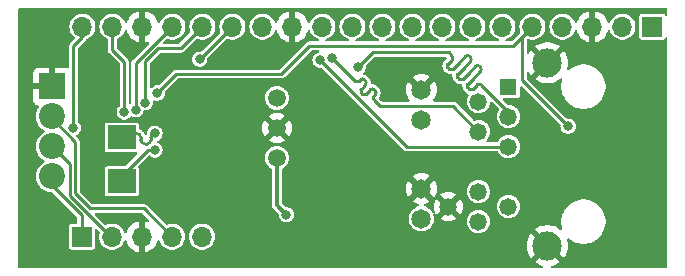
<source format=gtl>
%TF.GenerationSoftware,KiCad,Pcbnew,8.0.0*%
%TF.CreationDate,2024-03-13T21:01:22-04:00*%
%TF.ProjectId,pico-ethernet,7069636f-2d65-4746-9865-726e65742e6b,rev?*%
%TF.SameCoordinates,Original*%
%TF.FileFunction,Copper,L1,Top*%
%TF.FilePolarity,Positive*%
%FSLAX46Y46*%
G04 Gerber Fmt 4.6, Leading zero omitted, Abs format (unit mm)*
G04 Created by KiCad (PCBNEW 8.0.0) date 2024-03-13 21:01:22*
%MOMM*%
%LPD*%
G01*
G04 APERTURE LIST*
%TA.AperFunction,ComponentPad*%
%ADD10R,2.200000X2.200000*%
%TD*%
%TA.AperFunction,ComponentPad*%
%ADD11C,2.200000*%
%TD*%
%TA.AperFunction,SMDPad,CuDef*%
%ADD12R,2.400000X2.000000*%
%TD*%
%TA.AperFunction,ComponentPad*%
%ADD13R,1.478000X1.478000*%
%TD*%
%TA.AperFunction,ComponentPad*%
%ADD14C,1.478000*%
%TD*%
%TA.AperFunction,ComponentPad*%
%ADD15C,1.650000*%
%TD*%
%TA.AperFunction,ComponentPad*%
%ADD16C,2.475000*%
%TD*%
%TA.AperFunction,ComponentPad*%
%ADD17C,1.498600*%
%TD*%
%TA.AperFunction,ComponentPad*%
%ADD18R,1.700000X1.700000*%
%TD*%
%TA.AperFunction,ComponentPad*%
%ADD19O,1.700000X1.700000*%
%TD*%
%TA.AperFunction,ViaPad*%
%ADD20C,0.800000*%
%TD*%
%TA.AperFunction,Conductor*%
%ADD21C,0.350000*%
%TD*%
%TA.AperFunction,Conductor*%
%ADD22C,0.250000*%
%TD*%
G04 APERTURE END LIST*
D10*
%TO.P,J5,1,Pin_1*%
%TO.N,GND*%
X142195000Y-116185000D03*
D11*
%TO.P,J5,2,Pin_2*%
%TO.N,Net-(J2-Pin_4)*%
X142195000Y-118725000D03*
%TO.P,J5,3,Pin_3*%
%TO.N,Net-(J2-Pin_2)*%
X142195000Y-121265000D03*
%TO.P,J5,4,Pin_4*%
%TO.N,Net-(J2-Pin_1)*%
X142195000Y-123805000D03*
%TD*%
D12*
%TO.P,Y1,1,1*%
%TO.N,Net-(U1-OSC2)*%
X148110000Y-124206000D03*
%TO.P,Y1,2,2*%
%TO.N,Net-(U1-OSC1)*%
X148110000Y-120506000D03*
%TD*%
D13*
%TO.P,J4,1,TD+*%
%TO.N,Net-(J4-TD+)*%
X180850000Y-116205000D03*
D14*
%TO.P,J4,2,CT*%
%TO.N,Net-(J4-CT)*%
X178310000Y-117475000D03*
%TO.P,J4,3,TD-*%
%TO.N,Net-(J4-TD-)*%
X180850000Y-118745000D03*
%TO.P,J4,4,RD+*%
%TO.N,Net-(J4-RD+)*%
X178310000Y-120015000D03*
%TO.P,J4,5,RD-*%
%TO.N,Net-(J4-RD-)*%
X180850000Y-121285000D03*
%TO.P,J4,8,VC+_P8*%
%TO.N,unconnected-(J4-VC+_P8-Pad8)*%
X178310000Y-125095000D03*
%TO.P,J4,9,VC-_P9*%
%TO.N,unconnected-(J4-VC-_P9-Pad9)*%
X180850000Y-126365000D03*
%TO.P,J4,10,VC+_P10*%
%TO.N,+24V*%
X178310000Y-127635000D03*
%TO.P,J4,11,VC-_P11*%
%TO.N,GND*%
X175770000Y-126365000D03*
D15*
%TO.P,J4,A1*%
%TO.N,Net-(J4-PadA1)*%
X173480000Y-127385000D03*
%TO.P,J4,A2*%
%TO.N,Net-(J4-PadA2)*%
X173480000Y-118995000D03*
%TO.P,J4,C1*%
%TO.N,GND*%
X173480000Y-124845000D03*
%TO.P,J4,C2*%
X173480000Y-116455000D03*
D16*
%TO.P,J4,S1,SHIELD*%
X184150000Y-129665000D03*
%TO.P,J4,S2,SHIELD__1*%
X184150000Y-114175000D03*
%TD*%
D17*
%TO.P,J3,1,Vin*%
%TO.N,+24V*%
X161250000Y-122250000D03*
%TO.P,J3,2,Ground*%
%TO.N,GND*%
X161250000Y-119710000D03*
%TO.P,J3,3,+Vout*%
%TO.N,Net-(D1-A)*%
X161250000Y-117170000D03*
%TD*%
D18*
%TO.P,J2,1,Pin_1*%
%TO.N,Net-(J2-Pin_1)*%
X144740000Y-128905000D03*
D19*
%TO.P,J2,2,Pin_2*%
%TO.N,Net-(J2-Pin_2)*%
X147280000Y-128905000D03*
%TO.P,J2,3,Pin_3*%
%TO.N,GND*%
X149820000Y-128905000D03*
%TO.P,J2,4,Pin_4*%
%TO.N,Net-(J2-Pin_4)*%
X152360000Y-128905000D03*
%TO.P,J2,5,Pin_5*%
%TO.N,Net-(J2-Pin_5)*%
X154900000Y-128905000D03*
%TD*%
D18*
%TO.P,J1,1,Pin_1*%
%TO.N,unconnected-(J1-Pin_1-Pad1)*%
X193040000Y-111125000D03*
D19*
%TO.P,J1,2,Pin_2*%
%TO.N,+5V*%
X190500000Y-111125000D03*
%TO.P,J1,3,Pin_3*%
%TO.N,GND*%
X187960000Y-111125000D03*
%TO.P,J1,4,Pin_4*%
%TO.N,unconnected-(J1-Pin_4-Pad4)*%
X185420000Y-111125000D03*
%TO.P,J1,5,Pin_5*%
%TO.N,+3.3V*%
X182880000Y-111125000D03*
%TO.P,J1,6,Pin_6*%
%TO.N,unconnected-(J1-Pin_6-Pad6)*%
X180340000Y-111125000D03*
%TO.P,J1,7,Pin_7*%
%TO.N,unconnected-(J1-Pin_7-Pad7)*%
X177800000Y-111125000D03*
%TO.P,J1,8,Pin_8*%
%TO.N,unconnected-(J1-Pin_8-Pad8)*%
X175260000Y-111125000D03*
%TO.P,J1,9,Pin_9*%
%TO.N,unconnected-(J1-Pin_9-Pad9)*%
X172720000Y-111125000D03*
%TO.P,J1,10,Pin_10*%
%TO.N,unconnected-(J1-Pin_10-Pad10)*%
X170180000Y-111125000D03*
%TO.P,J1,11,Pin_11*%
%TO.N,unconnected-(J1-Pin_11-Pad11)*%
X167640000Y-111125000D03*
%TO.P,J1,12,Pin_12*%
%TO.N,unconnected-(J1-Pin_12-Pad12)*%
X165100000Y-111125000D03*
%TO.P,J1,13,Pin_13*%
%TO.N,GND*%
X162560000Y-111125000D03*
%TO.P,J1,14,Pin_14*%
%TO.N,unconnected-(J1-Pin_14-Pad14)*%
X160020000Y-111125000D03*
%TO.P,J1,15,Pin_15*%
%TO.N,Net-(J1-Pin_15)*%
X157480000Y-111125000D03*
%TO.P,J1,16,Pin_16*%
%TO.N,Net-(J1-Pin_16)*%
X154940000Y-111125000D03*
%TO.P,J1,17,Pin_17*%
%TO.N,Net-(J1-Pin_17)*%
X152400000Y-111125000D03*
%TO.P,J1,18,Pin_18*%
%TO.N,GND*%
X149860000Y-111125000D03*
%TO.P,J1,19,Pin_19*%
%TO.N,Net-(J1-Pin_19)*%
X147320000Y-111125000D03*
%TO.P,J1,20,Pin_20*%
%TO.N,Net-(J1-Pin_20)*%
X144780000Y-111125000D03*
%TD*%
D20*
%TO.N,GND*%
X148500000Y-127500000D03*
X155159049Y-117205049D03*
X155310000Y-119650000D03*
X148910000Y-113156000D03*
X160510000Y-114406000D03*
%TO.N,+24V*%
X162060000Y-127056000D03*
%TO.N,Net-(U1-OSC1)*%
X150910000Y-120156000D03*
%TO.N,Net-(U1-OSC2)*%
X150910000Y-121556000D03*
%TO.N,+3.3V*%
X151110000Y-116756000D03*
X185910000Y-119556000D03*
%TO.N,Net-(J1-Pin_15)*%
X154710000Y-113881000D03*
%TO.N,Net-(J1-Pin_16)*%
X150110000Y-117556000D03*
%TO.N,Net-(J1-Pin_17)*%
X149310000Y-118156000D03*
%TO.N,Net-(J1-Pin_19)*%
X148330940Y-118359584D03*
%TO.N,Net-(J1-Pin_20)*%
X144012653Y-119687347D03*
%TO.N,Net-(J4-TD-)*%
X168110000Y-114556000D03*
%TO.N,Net-(J4-RD+)*%
X165910000Y-113756000D03*
%TO.N,Net-(J4-RD-)*%
X164910000Y-113956000D03*
%TD*%
D21*
%TO.N,+24V*%
X161250000Y-126246000D02*
X162060000Y-127056000D01*
X161250000Y-122250000D02*
X161250000Y-126246000D01*
D22*
%TO.N,Net-(U1-OSC1)*%
X151110000Y-120156000D02*
X151060000Y-120106000D01*
X148460000Y-120156000D02*
X148110000Y-120506000D01*
X149210000Y-120156000D02*
X149110000Y-120156000D01*
X149720000Y-120716000D02*
X149720000Y-120496000D01*
X150570000Y-120496000D02*
X150570000Y-120716000D01*
X149110000Y-120156000D02*
X148460000Y-120156000D01*
X150230000Y-121056000D02*
X150060000Y-121056000D01*
X149380000Y-120156000D02*
X149210000Y-120156000D01*
X150060000Y-121056000D02*
G75*
G02*
X149720000Y-120716000I0J340000D01*
G01*
X149720000Y-120496000D02*
G75*
G03*
X149380000Y-120156000I-340000J0D01*
G01*
X150570000Y-120716000D02*
G75*
G02*
X150230000Y-121056000I-340000J0D01*
G01*
X150910000Y-120156000D02*
G75*
G03*
X150570000Y-120496000I0J-340000D01*
G01*
%TO.N,Net-(U1-OSC2)*%
X150310000Y-121556000D02*
X150910000Y-121556000D01*
X148110000Y-123756000D02*
X150310000Y-121556000D01*
X148110000Y-124206000D02*
X148110000Y-123756000D01*
%TO.N,+3.3V*%
X181255000Y-112750000D02*
X182880000Y-111125000D01*
X154685000Y-115131000D02*
X152735000Y-115131000D01*
X185910000Y-119556000D02*
X182030000Y-115676000D01*
X182880000Y-111125000D02*
X182030000Y-111975000D01*
X154685000Y-115131000D02*
X161619000Y-115131000D01*
X182030000Y-111975000D02*
X182030000Y-115676000D01*
X152735000Y-115131000D02*
X151110000Y-116756000D01*
X164000000Y-112750000D02*
X181255000Y-112750000D01*
X161619000Y-115131000D02*
X164000000Y-112750000D01*
%TO.N,Net-(J1-Pin_15)*%
X154724000Y-113881000D02*
X157480000Y-111125000D01*
X154710000Y-113881000D02*
X154724000Y-113881000D01*
%TO.N,Net-(J1-Pin_16)*%
X150110000Y-117556000D02*
X150110000Y-114051396D01*
X150110000Y-114051396D02*
X151205396Y-112956000D01*
X153109000Y-112956000D02*
X154940000Y-111125000D01*
X151205396Y-112956000D02*
X153109000Y-112956000D01*
%TO.N,Net-(J1-Pin_17)*%
X149310000Y-118156000D02*
X149310000Y-114215000D01*
X149310000Y-114215000D02*
X152400000Y-111125000D01*
%TO.N,Net-(J1-Pin_19)*%
X148330940Y-118359584D02*
X148330940Y-114106245D01*
X147320000Y-113095305D02*
X147320000Y-111125000D01*
X148330940Y-114106245D02*
X147320000Y-113095305D01*
%TO.N,Net-(J1-Pin_20)*%
X144000000Y-112800000D02*
X144780000Y-112020000D01*
X144012653Y-119687347D02*
X144012653Y-112812653D01*
X144780000Y-112020000D02*
X144780000Y-111125000D01*
X144012653Y-112812653D02*
X144000000Y-112800000D01*
%TO.N,Net-(J4-TD-)*%
X177208114Y-113629312D02*
X176670712Y-114166713D01*
X177519245Y-115015246D02*
X176981842Y-115552645D01*
X177094979Y-114590978D02*
X177632379Y-114053576D01*
X169360000Y-113306000D02*
X168110000Y-114556000D01*
X178056647Y-114477845D02*
X177519245Y-115015246D01*
X176670712Y-114166713D02*
X176501005Y-114336416D01*
X177406112Y-115976914D02*
X177773806Y-115609217D01*
X174395951Y-113306000D02*
X169360000Y-113306000D01*
X178480912Y-114562698D02*
X178396059Y-114477845D01*
X176642432Y-115552646D02*
X176557579Y-115467793D01*
X178198072Y-116033484D02*
X177830375Y-116401178D01*
X176501005Y-114336416D02*
X176133309Y-114704112D01*
X175991889Y-113487889D02*
X175810000Y-113306000D01*
X176076741Y-113572741D02*
X175991889Y-113487889D01*
X177490965Y-116401179D02*
X177406112Y-116316326D01*
X175709046Y-114279848D02*
X176076740Y-113912151D01*
X177632379Y-113714165D02*
X177547526Y-113629312D01*
X176557579Y-115128381D02*
X177094979Y-114590978D01*
X180850000Y-118346000D02*
X178537484Y-116033484D01*
X175793899Y-114704113D02*
X175709046Y-114619260D01*
X180850000Y-118745000D02*
X180850000Y-118346000D01*
X175810000Y-113306000D02*
X174395951Y-113306000D01*
X177773806Y-115609217D02*
X178480912Y-114902109D01*
X175709046Y-114619260D02*
G75*
G02*
X175709092Y-114279894I169654J169660D01*
G01*
X177547526Y-113629312D02*
G75*
G03*
X177208114Y-113629312I-169706J-169704D01*
G01*
X176133308Y-114704111D02*
G75*
G02*
X175793896Y-114704116I-169708J169711D01*
G01*
X176981842Y-115552645D02*
G75*
G02*
X176642396Y-115552682I-169742J169745D01*
G01*
X177632379Y-114053576D02*
G75*
G03*
X177632349Y-113714195I-169679J169676D01*
G01*
X178396059Y-114477845D02*
G75*
G03*
X178056647Y-114477845I-169706J-169704D01*
G01*
X178480911Y-114902108D02*
G75*
G03*
X178480915Y-114562695I-169711J169708D01*
G01*
X178537483Y-116033485D02*
G75*
G03*
X178198073Y-116033485I-169705J-169700D01*
G01*
X176557580Y-115467792D02*
G75*
G02*
X176557593Y-115128395I169720J169692D01*
G01*
X176076740Y-113912151D02*
G75*
G03*
X176076786Y-113572696I-169740J169751D01*
G01*
X177830374Y-116401177D02*
G75*
G02*
X177490996Y-116401148I-169674J169677D01*
G01*
X177406113Y-116316325D02*
G75*
G02*
X177406093Y-115976895I169687J169725D01*
G01*
%TO.N,Net-(J4-RD+)*%
X168886261Y-116732260D02*
X169164860Y-116453659D01*
X169553769Y-117399769D02*
X169760000Y-117606000D01*
X168747670Y-116036471D02*
X168635946Y-116148192D01*
X169582053Y-116870853D02*
X169470331Y-116982576D01*
X169760000Y-117606000D02*
X169999000Y-117845000D01*
X168218754Y-115731000D02*
X168330477Y-115619278D01*
X176140000Y-117845000D02*
X178310000Y-120015000D01*
X169470330Y-117316330D02*
X169553769Y-117399769D01*
X168664231Y-115619277D02*
X168747669Y-115702715D01*
X165910000Y-113756000D02*
X167885000Y-115731000D01*
X169498616Y-116453661D02*
X169582054Y-116537099D01*
X168751911Y-116866611D02*
X168886261Y-116732260D01*
X168334718Y-116718119D02*
X168483210Y-116866611D01*
X168635946Y-116148192D02*
X168334718Y-116449419D01*
X169999000Y-117845000D02*
X176140000Y-117845000D01*
X168334718Y-116449419D02*
G75*
G03*
X168334687Y-116718150I134382J-134381D01*
G01*
X169470331Y-116982576D02*
G75*
G03*
X169470284Y-117316376I166869J-166924D01*
G01*
X168483210Y-116866611D02*
G75*
G03*
X168751911Y-116866611I134351J134353D01*
G01*
X169164860Y-116453659D02*
G75*
G02*
X169498579Y-116453698I166840J-166841D01*
G01*
X168747668Y-115702716D02*
G75*
G02*
X168747676Y-116036477I-166868J-166884D01*
G01*
X168330477Y-115619278D02*
G75*
G02*
X168664276Y-115619232I166923J-166922D01*
G01*
X167885000Y-115731000D02*
G75*
G03*
X168218754Y-115731000I166877J166876D01*
G01*
X169582054Y-116537099D02*
G75*
G02*
X169582077Y-116870877I-166854J-166901D01*
G01*
%TO.N,Net-(J4-RD-)*%
X172239000Y-121285000D02*
X180850000Y-121285000D01*
X164910000Y-113956000D02*
X172239000Y-121285000D01*
%TO.N,Net-(J2-Pin_2)*%
X147180000Y-128905000D02*
X147280000Y-128905000D01*
X143710000Y-125435000D02*
X147180000Y-128905000D01*
X142195000Y-121265000D02*
X143710000Y-122780000D01*
X143710000Y-122780000D02*
X143710000Y-125435000D01*
%TO.N,Net-(J2-Pin_1)*%
X142195000Y-124556396D02*
X144740000Y-127101396D01*
X144740000Y-127101396D02*
X144740000Y-128905000D01*
X142195000Y-123805000D02*
X142195000Y-124556396D01*
%TO.N,Net-(J2-Pin_4)*%
X144160000Y-125248604D02*
X144160000Y-120860000D01*
X142195000Y-118895000D02*
X142195000Y-118725000D01*
X149955000Y-126500000D02*
X145411396Y-126500000D01*
X152360000Y-128905000D02*
X149955000Y-126500000D01*
X145411396Y-126500000D02*
X144160000Y-125248604D01*
X144160000Y-120860000D02*
X142195000Y-118895000D01*
%TD*%
%TA.AperFunction,Conductor*%
%TO.N,GND*%
G36*
X149816646Y-126894407D02*
G01*
X149828459Y-126904496D01*
X150396213Y-127472250D01*
X150423990Y-127526767D01*
X150414419Y-127587199D01*
X150371154Y-127630464D01*
X150310722Y-127640035D01*
X150287583Y-127632961D01*
X150287552Y-127633047D01*
X150285920Y-127632453D01*
X150284376Y-127631981D01*
X150283495Y-127631570D01*
X150070000Y-127574364D01*
X150070000Y-128471988D01*
X150012993Y-128439075D01*
X149885826Y-128405000D01*
X149754174Y-128405000D01*
X149627007Y-128439075D01*
X149570000Y-128471988D01*
X149570000Y-127574364D01*
X149356505Y-127631570D01*
X149142432Y-127731394D01*
X149142424Y-127731398D01*
X148948926Y-127866886D01*
X148781886Y-128033926D01*
X148646398Y-128227424D01*
X148646394Y-128227432D01*
X148546570Y-128441505D01*
X148516014Y-128555541D01*
X148482689Y-128606856D01*
X148425568Y-128628782D01*
X148366467Y-128612946D01*
X148327962Y-128565396D01*
X148325172Y-128557028D01*
X148310582Y-128505750D01*
X148219673Y-128323179D01*
X148096764Y-128160421D01*
X147946041Y-128023019D01*
X147772637Y-127915652D01*
X147582456Y-127841976D01*
X147582455Y-127841975D01*
X147582453Y-127841975D01*
X147381976Y-127804500D01*
X147178024Y-127804500D01*
X146977544Y-127841975D01*
X146800178Y-127910686D01*
X146739087Y-127914076D01*
X146694412Y-127888375D01*
X145850541Y-127044504D01*
X145822764Y-126989987D01*
X145832335Y-126929555D01*
X145875600Y-126886290D01*
X145920545Y-126875500D01*
X149758455Y-126875500D01*
X149816646Y-126894407D01*
G37*
%TD.AperFunction*%
%TA.AperFunction,Conductor*%
G36*
X148515577Y-111417892D02*
G01*
X148553346Y-111466029D01*
X148556014Y-111474458D01*
X148586569Y-111588489D01*
X148686399Y-111802577D01*
X148821886Y-111996073D01*
X148988926Y-112163113D01*
X149182422Y-112298600D01*
X149396509Y-112398430D01*
X149610000Y-112455634D01*
X149610000Y-111558012D01*
X149667007Y-111590925D01*
X149794174Y-111625000D01*
X149925826Y-111625000D01*
X150052993Y-111590925D01*
X150110000Y-111558012D01*
X150110000Y-112455633D01*
X150323488Y-112398431D01*
X150324353Y-112398028D01*
X150324723Y-112397982D01*
X150327552Y-112396953D01*
X150327789Y-112397605D01*
X150385081Y-112390560D01*
X150438600Y-112420214D01*
X150464468Y-112475662D01*
X150452804Y-112535726D01*
X150436212Y-112557749D01*
X149079438Y-113914525D01*
X149079437Y-113914524D01*
X149009524Y-113984438D01*
X148960091Y-114070057D01*
X148934500Y-114165566D01*
X148934500Y-117575048D01*
X148915593Y-117633239D01*
X148901148Y-117649152D01*
X148871088Y-117675782D01*
X148814993Y-117700216D01*
X148755250Y-117687012D01*
X148714677Y-117641214D01*
X148706440Y-117601678D01*
X148706440Y-114056811D01*
X148702923Y-114043685D01*
X148680850Y-113961307D01*
X148680848Y-113961304D01*
X148680848Y-113961302D01*
X148631415Y-113875683D01*
X148561502Y-113805769D01*
X148561502Y-113805770D01*
X147724496Y-112968764D01*
X147696719Y-112914247D01*
X147695500Y-112898760D01*
X147695500Y-112227543D01*
X147714407Y-112169352D01*
X147758738Y-112135228D01*
X147787897Y-112123932D01*
X147812637Y-112114348D01*
X147986041Y-112006981D01*
X148136764Y-111869579D01*
X148259673Y-111706821D01*
X148350582Y-111524250D01*
X148365167Y-111472987D01*
X148399275Y-111422194D01*
X148456728Y-111401149D01*
X148515577Y-111417892D01*
G37*
%TD.AperFunction*%
%TA.AperFunction,Conductor*%
G36*
X194269191Y-109574907D02*
G01*
X194305155Y-109624407D01*
X194310000Y-109655000D01*
X194310000Y-110126326D01*
X194291093Y-110184517D01*
X194241593Y-110220481D01*
X194180407Y-110220481D01*
X194130907Y-110184517D01*
X194128684Y-110181327D01*
X194070602Y-110094400D01*
X194070599Y-110094397D01*
X193987742Y-110039035D01*
X193987740Y-110039034D01*
X193987737Y-110039033D01*
X193987736Y-110039033D01*
X193914684Y-110024501D01*
X193914674Y-110024500D01*
X192165326Y-110024500D01*
X192165325Y-110024500D01*
X192165315Y-110024501D01*
X192092263Y-110039033D01*
X192092257Y-110039035D01*
X192009400Y-110094397D01*
X192009397Y-110094400D01*
X191954035Y-110177257D01*
X191954033Y-110177263D01*
X191939501Y-110250315D01*
X191939500Y-110250327D01*
X191939500Y-111999672D01*
X191939501Y-111999684D01*
X191954033Y-112072736D01*
X191954035Y-112072742D01*
X192009397Y-112155599D01*
X192009400Y-112155602D01*
X192033553Y-112171740D01*
X192092260Y-112210966D01*
X192146911Y-112221837D01*
X192165315Y-112225498D01*
X192165320Y-112225498D01*
X192165326Y-112225500D01*
X192165327Y-112225500D01*
X193914673Y-112225500D01*
X193914674Y-112225500D01*
X193987740Y-112210966D01*
X194070601Y-112155601D01*
X194087348Y-112130537D01*
X194128684Y-112068673D01*
X194176733Y-112030792D01*
X194237871Y-112028390D01*
X194288746Y-112062382D01*
X194309924Y-112119785D01*
X194310000Y-112123673D01*
X194310000Y-131457000D01*
X194291093Y-131515191D01*
X194241593Y-131551155D01*
X194211000Y-131556000D01*
X184571074Y-131556000D01*
X184512883Y-131537093D01*
X184476919Y-131487593D01*
X184476919Y-131426407D01*
X184512883Y-131376907D01*
X184541893Y-131362398D01*
X184786560Y-131286927D01*
X185021178Y-131173941D01*
X185190170Y-131058724D01*
X184531427Y-130399981D01*
X184540784Y-130396106D01*
X184675907Y-130305819D01*
X184790819Y-130190907D01*
X184881106Y-130055784D01*
X184884981Y-130046427D01*
X185543230Y-130704676D01*
X185589614Y-130646514D01*
X185719816Y-130420999D01*
X185719820Y-130420991D01*
X185814964Y-130178566D01*
X185872909Y-129924691D01*
X185872911Y-129924681D01*
X185892372Y-129665002D01*
X185892372Y-129664997D01*
X185872911Y-129405318D01*
X185872910Y-129405311D01*
X185816537Y-129158325D01*
X185822022Y-129097386D01*
X185862278Y-129051309D01*
X185921929Y-129037694D01*
X185973322Y-129057753D01*
X186104390Y-129158325D01*
X186155792Y-129197767D01*
X186368708Y-129320694D01*
X186595847Y-129414778D01*
X186833323Y-129478409D01*
X187077073Y-129510500D01*
X187077074Y-129510500D01*
X187322926Y-129510500D01*
X187322927Y-129510500D01*
X187566677Y-129478409D01*
X187804153Y-129414778D01*
X188031292Y-129320694D01*
X188244208Y-129197767D01*
X188439256Y-129048101D01*
X188613101Y-128874256D01*
X188762767Y-128679208D01*
X188885694Y-128466292D01*
X188979778Y-128239153D01*
X189043409Y-128001677D01*
X189075500Y-127757927D01*
X189075500Y-127512073D01*
X189043409Y-127268323D01*
X188979778Y-127030847D01*
X188891178Y-126816948D01*
X188885697Y-126803715D01*
X188885696Y-126803714D01*
X188885694Y-126803708D01*
X188762767Y-126590792D01*
X188762764Y-126590788D01*
X188613106Y-126395750D01*
X188613104Y-126395748D01*
X188613101Y-126395744D01*
X188439256Y-126221899D01*
X188439251Y-126221895D01*
X188439249Y-126221893D01*
X188244211Y-126072235D01*
X188240657Y-126070183D01*
X188031292Y-125949306D01*
X188031288Y-125949304D01*
X188031284Y-125949302D01*
X187804154Y-125855222D01*
X187699440Y-125827164D01*
X187566677Y-125791591D01*
X187566674Y-125791590D01*
X187566672Y-125791590D01*
X187322927Y-125759500D01*
X187077073Y-125759500D01*
X187077072Y-125759500D01*
X186833330Y-125791590D01*
X186833325Y-125791590D01*
X186595845Y-125855222D01*
X186368715Y-125949302D01*
X186155788Y-126072235D01*
X185960750Y-126221893D01*
X185786893Y-126395750D01*
X185637235Y-126590788D01*
X185514302Y-126803715D01*
X185420222Y-127030845D01*
X185356590Y-127268325D01*
X185356590Y-127268330D01*
X185324500Y-127512072D01*
X185324500Y-127757927D01*
X185356590Y-128001669D01*
X185356590Y-128001674D01*
X185364264Y-128030315D01*
X185406353Y-128187394D01*
X185414805Y-128218935D01*
X185411602Y-128280037D01*
X185373097Y-128327587D01*
X185313996Y-128343422D01*
X185256875Y-128321495D01*
X185251843Y-128317132D01*
X185236357Y-128302764D01*
X185021178Y-128156058D01*
X184786560Y-128043072D01*
X184537718Y-127966314D01*
X184537708Y-127966312D01*
X184280211Y-127927500D01*
X184019788Y-127927500D01*
X183762291Y-127966312D01*
X183762281Y-127966314D01*
X183513439Y-128043072D01*
X183278812Y-128156062D01*
X183109827Y-128271273D01*
X183768571Y-128930018D01*
X183759216Y-128933894D01*
X183624093Y-129024181D01*
X183509181Y-129139093D01*
X183418894Y-129274216D01*
X183415018Y-129283572D01*
X182756768Y-128625322D01*
X182710390Y-128683479D01*
X182710381Y-128683493D01*
X182580183Y-128909000D01*
X182580179Y-128909008D01*
X182485035Y-129151433D01*
X182427090Y-129405308D01*
X182427088Y-129405318D01*
X182407628Y-129664997D01*
X182407628Y-129665002D01*
X182427088Y-129924681D01*
X182427090Y-129924691D01*
X182485035Y-130178566D01*
X182580179Y-130420991D01*
X182580183Y-130420999D01*
X182710381Y-130646506D01*
X182710391Y-130646521D01*
X182756768Y-130704676D01*
X183415017Y-130046426D01*
X183418894Y-130055784D01*
X183509181Y-130190907D01*
X183624093Y-130305819D01*
X183759216Y-130396106D01*
X183768571Y-130399980D01*
X183109828Y-131058724D01*
X183278821Y-131173941D01*
X183513439Y-131286927D01*
X183758107Y-131362398D01*
X183808139Y-131397618D01*
X183827915Y-131455519D01*
X183809880Y-131513986D01*
X183760924Y-131550686D01*
X183728926Y-131556000D01*
X139409000Y-131556000D01*
X139350809Y-131537093D01*
X139314845Y-131487593D01*
X139310000Y-131457000D01*
X139310000Y-117332824D01*
X140594999Y-117332824D01*
X140601401Y-117392370D01*
X140601403Y-117392381D01*
X140651646Y-117527088D01*
X140651647Y-117527090D01*
X140737807Y-117642184D01*
X140737815Y-117642192D01*
X140852909Y-117728352D01*
X140852911Y-117728353D01*
X140987618Y-117778596D01*
X140987629Y-117778598D01*
X141026867Y-117782816D01*
X141082704Y-117807834D01*
X141113172Y-117860893D01*
X141106633Y-117921728D01*
X141097384Y-117938032D01*
X141020962Y-118047175D01*
X141020959Y-118047181D01*
X140921098Y-118261332D01*
X140859935Y-118489599D01*
X140839341Y-118724995D01*
X140839341Y-118725004D01*
X140859935Y-118960400D01*
X140859936Y-118960407D01*
X140859937Y-118960408D01*
X140921097Y-119188663D01*
X141020965Y-119402830D01*
X141026774Y-119411126D01*
X141139224Y-119571722D01*
X141156505Y-119596401D01*
X141323599Y-119763495D01*
X141517170Y-119899035D01*
X141530552Y-119905275D01*
X141575300Y-119947003D01*
X141586975Y-120007064D01*
X141561117Y-120062517D01*
X141530554Y-120084724D01*
X141517173Y-120090963D01*
X141323603Y-120226501D01*
X141156501Y-120393603D01*
X141020963Y-120587173D01*
X141020959Y-120587181D01*
X140921098Y-120801332D01*
X140859935Y-121029599D01*
X140839341Y-121264995D01*
X140839341Y-121265004D01*
X140859935Y-121500400D01*
X140859936Y-121500407D01*
X140859937Y-121500408D01*
X140921097Y-121728663D01*
X141020965Y-121942830D01*
X141052637Y-121988062D01*
X141139224Y-122111722D01*
X141156505Y-122136401D01*
X141323599Y-122303495D01*
X141517170Y-122439035D01*
X141530552Y-122445275D01*
X141575300Y-122487003D01*
X141586975Y-122547064D01*
X141561117Y-122602517D01*
X141530554Y-122624724D01*
X141517173Y-122630963D01*
X141323603Y-122766501D01*
X141156501Y-122933603D01*
X141020963Y-123127173D01*
X141020959Y-123127181D01*
X140921098Y-123341332D01*
X140859935Y-123569599D01*
X140839341Y-123804995D01*
X140839341Y-123805004D01*
X140859935Y-124040400D01*
X140859936Y-124040407D01*
X140859937Y-124040408D01*
X140921097Y-124268663D01*
X141020965Y-124482830D01*
X141156505Y-124676401D01*
X141323599Y-124843495D01*
X141517170Y-124979035D01*
X141731337Y-125078903D01*
X141959592Y-125140063D01*
X141959596Y-125140063D01*
X141959599Y-125140064D01*
X142194997Y-125160659D01*
X142194999Y-125160659D01*
X142194999Y-125160658D01*
X142195000Y-125160659D01*
X142216342Y-125158791D01*
X142275958Y-125172552D01*
X142294977Y-125187410D01*
X144335504Y-127227937D01*
X144363281Y-127282454D01*
X144364500Y-127297941D01*
X144364500Y-127705500D01*
X144345593Y-127763691D01*
X144296093Y-127799655D01*
X144265500Y-127804500D01*
X143865326Y-127804500D01*
X143865325Y-127804500D01*
X143865315Y-127804501D01*
X143792263Y-127819033D01*
X143792257Y-127819035D01*
X143709400Y-127874397D01*
X143709397Y-127874400D01*
X143654035Y-127957257D01*
X143654033Y-127957263D01*
X143639501Y-128030315D01*
X143639500Y-128030327D01*
X143639500Y-129779672D01*
X143639501Y-129779684D01*
X143654033Y-129852736D01*
X143654035Y-129852742D01*
X143709397Y-129935599D01*
X143709400Y-129935602D01*
X143757924Y-129968024D01*
X143792260Y-129990966D01*
X143847808Y-130002015D01*
X143865315Y-130005498D01*
X143865320Y-130005498D01*
X143865326Y-130005500D01*
X143865327Y-130005500D01*
X145614673Y-130005500D01*
X145614674Y-130005500D01*
X145687740Y-129990966D01*
X145770601Y-129935601D01*
X145825966Y-129852740D01*
X145840500Y-129779674D01*
X145840500Y-128335545D01*
X145859407Y-128277354D01*
X145908907Y-128241390D01*
X145970093Y-128241390D01*
X146009504Y-128265541D01*
X146208344Y-128464381D01*
X146236121Y-128518898D01*
X146233561Y-128561477D01*
X146193603Y-128701915D01*
X146180808Y-128840000D01*
X146174785Y-128905000D01*
X146193603Y-129108083D01*
X146249418Y-129304250D01*
X146340327Y-129486821D01*
X146463236Y-129649579D01*
X146613959Y-129786981D01*
X146787363Y-129894348D01*
X146977544Y-129968024D01*
X147178024Y-130005500D01*
X147381976Y-130005500D01*
X147582456Y-129968024D01*
X147772637Y-129894348D01*
X147946041Y-129786981D01*
X148096764Y-129649579D01*
X148219673Y-129486821D01*
X148310582Y-129304250D01*
X148325167Y-129252987D01*
X148359275Y-129202194D01*
X148416728Y-129181149D01*
X148475577Y-129197892D01*
X148513346Y-129246029D01*
X148516014Y-129254458D01*
X148546569Y-129368489D01*
X148646399Y-129582577D01*
X148781886Y-129776073D01*
X148948926Y-129943113D01*
X149142422Y-130078600D01*
X149356509Y-130178430D01*
X149570000Y-130235634D01*
X149570000Y-129338012D01*
X149627007Y-129370925D01*
X149754174Y-129405000D01*
X149885826Y-129405000D01*
X150012993Y-129370925D01*
X150070000Y-129338012D01*
X150070000Y-130235633D01*
X150283490Y-130178430D01*
X150497577Y-130078600D01*
X150691073Y-129943113D01*
X150858113Y-129776073D01*
X150993600Y-129582577D01*
X151093430Y-129368490D01*
X151123985Y-129254458D01*
X151157309Y-129203144D01*
X151214430Y-129181217D01*
X151273531Y-129197052D01*
X151312036Y-129244602D01*
X151314829Y-129252978D01*
X151329418Y-129304250D01*
X151420327Y-129486821D01*
X151543236Y-129649579D01*
X151693959Y-129786981D01*
X151867363Y-129894348D01*
X152057544Y-129968024D01*
X152258024Y-130005500D01*
X152461976Y-130005500D01*
X152662456Y-129968024D01*
X152852637Y-129894348D01*
X153026041Y-129786981D01*
X153176764Y-129649579D01*
X153299673Y-129486821D01*
X153390582Y-129304250D01*
X153446397Y-129108083D01*
X153465215Y-128905000D01*
X153794785Y-128905000D01*
X153813603Y-129108083D01*
X153869418Y-129304250D01*
X153960327Y-129486821D01*
X154083236Y-129649579D01*
X154233959Y-129786981D01*
X154407363Y-129894348D01*
X154597544Y-129968024D01*
X154798024Y-130005500D01*
X155001976Y-130005500D01*
X155202456Y-129968024D01*
X155392637Y-129894348D01*
X155566041Y-129786981D01*
X155716764Y-129649579D01*
X155839673Y-129486821D01*
X155930582Y-129304250D01*
X155986397Y-129108083D01*
X156005215Y-128905000D01*
X155986397Y-128701917D01*
X155930582Y-128505750D01*
X155839673Y-128323179D01*
X155716764Y-128160421D01*
X155566041Y-128023019D01*
X155392637Y-127915652D01*
X155202456Y-127841976D01*
X155202455Y-127841975D01*
X155202453Y-127841975D01*
X155001976Y-127804500D01*
X154798024Y-127804500D01*
X154597546Y-127841975D01*
X154549849Y-127860453D01*
X154407363Y-127915652D01*
X154268428Y-128001677D01*
X154233959Y-128023019D01*
X154083237Y-128160420D01*
X153960328Y-128323177D01*
X153960323Y-128323186D01*
X153869516Y-128505553D01*
X153869418Y-128505750D01*
X153813603Y-128701917D01*
X153794785Y-128905000D01*
X153465215Y-128905000D01*
X153446397Y-128701917D01*
X153390582Y-128505750D01*
X153299673Y-128323179D01*
X153176764Y-128160421D01*
X153026041Y-128023019D01*
X152852637Y-127915652D01*
X152662456Y-127841976D01*
X152662455Y-127841975D01*
X152662453Y-127841975D01*
X152461976Y-127804500D01*
X152258024Y-127804500D01*
X152057544Y-127841975D01*
X151952256Y-127882764D01*
X151891165Y-127886154D01*
X151846490Y-127860453D01*
X150185563Y-126199526D01*
X150185563Y-126199525D01*
X150099941Y-126150091D01*
X150099934Y-126150088D01*
X150052185Y-126137294D01*
X150052184Y-126137294D01*
X150004438Y-126124500D01*
X150004436Y-126124500D01*
X150004435Y-126124500D01*
X145607941Y-126124500D01*
X145549750Y-126105593D01*
X145537937Y-126095504D01*
X144673105Y-125230672D01*
X146659500Y-125230672D01*
X146659501Y-125230684D01*
X146674033Y-125303736D01*
X146674035Y-125303742D01*
X146729397Y-125386599D01*
X146729400Y-125386602D01*
X146734212Y-125389817D01*
X146812260Y-125441966D01*
X146867808Y-125453015D01*
X146885315Y-125456498D01*
X146885320Y-125456498D01*
X146885326Y-125456500D01*
X146885327Y-125456500D01*
X149334673Y-125456500D01*
X149334674Y-125456500D01*
X149407740Y-125441966D01*
X149490601Y-125386601D01*
X149545966Y-125303740D01*
X149560500Y-125230674D01*
X149560500Y-123181326D01*
X149545966Y-123108260D01*
X149490601Y-123025399D01*
X149488089Y-123021639D01*
X149471481Y-122962750D01*
X149492659Y-122905347D01*
X149500392Y-122896643D01*
X150147033Y-122250003D01*
X160245362Y-122250003D01*
X160264664Y-122445990D01*
X160264665Y-122445992D01*
X160321837Y-122634461D01*
X160321838Y-122634463D01*
X160414669Y-122808139D01*
X160414672Y-122808144D01*
X160414674Y-122808147D01*
X160466774Y-122871631D01*
X160539609Y-122960381D01*
X160539618Y-122960390D01*
X160603203Y-123012572D01*
X160691853Y-123085326D01*
X160772168Y-123128254D01*
X160814575Y-123172360D01*
X160824500Y-123215565D01*
X160824500Y-126189982D01*
X160824500Y-126302018D01*
X160834815Y-126340513D01*
X160853498Y-126410241D01*
X160909514Y-126507262D01*
X161376433Y-126974182D01*
X161404210Y-127028698D01*
X161404597Y-127050013D01*
X161404722Y-127050013D01*
X161404722Y-127056002D01*
X161423762Y-127212816D01*
X161423763Y-127212818D01*
X161479312Y-127359288D01*
X161479780Y-127360523D01*
X161569515Y-127490528D01*
X161569516Y-127490529D01*
X161569517Y-127490530D01*
X161687760Y-127595283D01*
X161827635Y-127668696D01*
X161981015Y-127706500D01*
X161981018Y-127706500D01*
X162138982Y-127706500D01*
X162138985Y-127706500D01*
X162292365Y-127668696D01*
X162432240Y-127595283D01*
X162550483Y-127490530D01*
X162640220Y-127360523D01*
X162696237Y-127212818D01*
X162713813Y-127068068D01*
X162715278Y-127056001D01*
X162715278Y-127055998D01*
X162700214Y-126931937D01*
X162696237Y-126899182D01*
X162640220Y-126751477D01*
X162575241Y-126657338D01*
X162550484Y-126621471D01*
X162432241Y-126516718D01*
X162432240Y-126516717D01*
X162362302Y-126480010D01*
X162292364Y-126443303D01*
X162138987Y-126405500D01*
X162138985Y-126405500D01*
X162052256Y-126405500D01*
X161994065Y-126386593D01*
X161982252Y-126376504D01*
X161704496Y-126098748D01*
X161676719Y-126044231D01*
X161675500Y-126028744D01*
X161675500Y-124845004D01*
X172149939Y-124845004D01*
X172170144Y-125075955D01*
X172230151Y-125299907D01*
X172328132Y-125510029D01*
X172383022Y-125588421D01*
X172956211Y-125015231D01*
X172967482Y-125057292D01*
X173039890Y-125182708D01*
X173142292Y-125285110D01*
X173267708Y-125357518D01*
X173309766Y-125368787D01*
X172736577Y-125941976D01*
X172814967Y-125996866D01*
X173025092Y-126094848D01*
X173221862Y-126147572D01*
X173273176Y-126180896D01*
X173295103Y-126238017D01*
X173279268Y-126297118D01*
X173231718Y-126335623D01*
X173214430Y-126340513D01*
X173184416Y-126346123D01*
X172998553Y-126418127D01*
X172998548Y-126418130D01*
X172829094Y-126523052D01*
X172829092Y-126523053D01*
X172829090Y-126523055D01*
X172721134Y-126621470D01*
X172681789Y-126657338D01*
X172561680Y-126816387D01*
X172561670Y-126816403D01*
X172472829Y-126994819D01*
X172418283Y-127186529D01*
X172399892Y-127385000D01*
X172418283Y-127583470D01*
X172453288Y-127706499D01*
X172472829Y-127775180D01*
X172561674Y-127953604D01*
X172681791Y-128112664D01*
X172829090Y-128246945D01*
X172998554Y-128351873D01*
X173184414Y-128423876D01*
X173380340Y-128460500D01*
X173579660Y-128460500D01*
X173775586Y-128423876D01*
X173961446Y-128351873D01*
X174130910Y-128246945D01*
X174278209Y-128112664D01*
X174398326Y-127953604D01*
X174487171Y-127775180D01*
X174527054Y-127635003D01*
X177315712Y-127635003D01*
X177334815Y-127828971D01*
X177334816Y-127828976D01*
X177391398Y-128015498D01*
X177391400Y-128015503D01*
X177483277Y-128187394D01*
X177559307Y-128280037D01*
X177606932Y-128338068D01*
X177606937Y-128338072D01*
X177757605Y-128461722D01*
X177864575Y-128518898D01*
X177929502Y-128553602D01*
X178059442Y-128593018D01*
X178116023Y-128610183D01*
X178116028Y-128610184D01*
X178309997Y-128629288D01*
X178310000Y-128629288D01*
X178310003Y-128629288D01*
X178503971Y-128610184D01*
X178503976Y-128610183D01*
X178690498Y-128553602D01*
X178780023Y-128505750D01*
X178862394Y-128461722D01*
X178862395Y-128461720D01*
X178862397Y-128461720D01*
X179013068Y-128338068D01*
X179136720Y-128187397D01*
X179228602Y-128015498D01*
X179285183Y-127828976D01*
X179285184Y-127828971D01*
X179304288Y-127635003D01*
X179304288Y-127634996D01*
X179285184Y-127441028D01*
X179285183Y-127441023D01*
X179260763Y-127360523D01*
X179228602Y-127254502D01*
X179214403Y-127227937D01*
X179136722Y-127082605D01*
X179040738Y-126965648D01*
X179013068Y-126931932D01*
X178973162Y-126899182D01*
X178862394Y-126808277D01*
X178690503Y-126716400D01*
X178690498Y-126716398D01*
X178503976Y-126659816D01*
X178503971Y-126659815D01*
X178310003Y-126640712D01*
X178309997Y-126640712D01*
X178116028Y-126659815D01*
X178116023Y-126659816D01*
X177929501Y-126716398D01*
X177929496Y-126716400D01*
X177757605Y-126808277D01*
X177606937Y-126931927D01*
X177606927Y-126931937D01*
X177483277Y-127082605D01*
X177391400Y-127254496D01*
X177391398Y-127254501D01*
X177334816Y-127441023D01*
X177334815Y-127441028D01*
X177315712Y-127634996D01*
X177315712Y-127635003D01*
X174527054Y-127635003D01*
X174541717Y-127583469D01*
X174560108Y-127385000D01*
X174541717Y-127186531D01*
X174499152Y-127036929D01*
X174501413Y-126975788D01*
X174539182Y-126927651D01*
X174598031Y-126910907D01*
X174655484Y-126931951D01*
X174684097Y-126967999D01*
X174692893Y-126986861D01*
X174692902Y-126986877D01*
X174734770Y-127046672D01*
X175299283Y-126482159D01*
X175318052Y-126552203D01*
X175381903Y-126662797D01*
X175472203Y-126753097D01*
X175582797Y-126816948D01*
X175652837Y-126835715D01*
X175088326Y-127400227D01*
X175148135Y-127442105D01*
X175148143Y-127442109D01*
X175344614Y-127533725D01*
X175344613Y-127533725D01*
X175554035Y-127589839D01*
X175769997Y-127608733D01*
X175770003Y-127608733D01*
X175985964Y-127589839D01*
X176195386Y-127533725D01*
X176391858Y-127442108D01*
X176391868Y-127442103D01*
X176451672Y-127400227D01*
X175887160Y-126835715D01*
X175957203Y-126816948D01*
X176067797Y-126753097D01*
X176158097Y-126662797D01*
X176221948Y-126552203D01*
X176240715Y-126482161D01*
X176805227Y-127046672D01*
X176847103Y-126986868D01*
X176847108Y-126986858D01*
X176938725Y-126790386D01*
X176994839Y-126580964D01*
X177013733Y-126365003D01*
X179855712Y-126365003D01*
X179874815Y-126558971D01*
X179874816Y-126558976D01*
X179931398Y-126745498D01*
X179931400Y-126745503D01*
X180023277Y-126917394D01*
X180129373Y-127046672D01*
X180146932Y-127068068D01*
X180180648Y-127095738D01*
X180297605Y-127191722D01*
X180440930Y-127268330D01*
X180469502Y-127283602D01*
X180599442Y-127323018D01*
X180656023Y-127340183D01*
X180656028Y-127340184D01*
X180849997Y-127359288D01*
X180850000Y-127359288D01*
X180850003Y-127359288D01*
X181043971Y-127340184D01*
X181043976Y-127340183D01*
X181230498Y-127283602D01*
X181334640Y-127227937D01*
X181402394Y-127191722D01*
X181402395Y-127191720D01*
X181402397Y-127191720D01*
X181553068Y-127068068D01*
X181676720Y-126917397D01*
X181689009Y-126894407D01*
X181765406Y-126751477D01*
X181768602Y-126745498D01*
X181825183Y-126558976D01*
X181825184Y-126558971D01*
X181844288Y-126365003D01*
X181844288Y-126364996D01*
X181825184Y-126171028D01*
X181825183Y-126171023D01*
X181802075Y-126094848D01*
X181768602Y-125984502D01*
X181764540Y-125976903D01*
X181676722Y-125812605D01*
X181572576Y-125685703D01*
X181553068Y-125661932D01*
X181535353Y-125647394D01*
X181402394Y-125538277D01*
X181230503Y-125446400D01*
X181230498Y-125446398D01*
X181043976Y-125389816D01*
X181043971Y-125389815D01*
X180850003Y-125370712D01*
X180849997Y-125370712D01*
X180656028Y-125389815D01*
X180656023Y-125389816D01*
X180469501Y-125446398D01*
X180469496Y-125446400D01*
X180297605Y-125538277D01*
X180146937Y-125661927D01*
X180146927Y-125661937D01*
X180023277Y-125812605D01*
X179931400Y-125984496D01*
X179931398Y-125984501D01*
X179874816Y-126171023D01*
X179874815Y-126171028D01*
X179855712Y-126364996D01*
X179855712Y-126365003D01*
X177013733Y-126365003D01*
X177013733Y-126364996D01*
X176994839Y-126149035D01*
X176938725Y-125939614D01*
X176847109Y-125743144D01*
X176847105Y-125743136D01*
X176805226Y-125683326D01*
X176240715Y-126247836D01*
X176221948Y-126177797D01*
X176158097Y-126067203D01*
X176067797Y-125976903D01*
X175957203Y-125913052D01*
X175887159Y-125894284D01*
X176451673Y-125329770D01*
X176391877Y-125287902D01*
X176391858Y-125287890D01*
X176195385Y-125196274D01*
X176195386Y-125196274D01*
X175985964Y-125140160D01*
X175770003Y-125121267D01*
X175769997Y-125121267D01*
X175554035Y-125140160D01*
X175344614Y-125196274D01*
X175148143Y-125287890D01*
X175148129Y-125287898D01*
X175088326Y-125329772D01*
X175652838Y-125894284D01*
X175582797Y-125913052D01*
X175472203Y-125976903D01*
X175381903Y-126067203D01*
X175318052Y-126177797D01*
X175299284Y-126247838D01*
X174734771Y-125683325D01*
X174707596Y-125685703D01*
X174709453Y-125706918D01*
X174695009Y-125739363D01*
X174695057Y-125739391D01*
X174694794Y-125739846D01*
X174694090Y-125741428D01*
X174692897Y-125743130D01*
X174692890Y-125743143D01*
X174601274Y-125939614D01*
X174545160Y-126149035D01*
X174526267Y-126364996D01*
X174526267Y-126365003D01*
X174545160Y-126580965D01*
X174597685Y-126776994D01*
X174594482Y-126838095D01*
X174555977Y-126885645D01*
X174496876Y-126901480D01*
X174439755Y-126879553D01*
X174413438Y-126846746D01*
X174398326Y-126816396D01*
X174278209Y-126657336D01*
X174130910Y-126523055D01*
X173961446Y-126418127D01*
X173775586Y-126346124D01*
X173775585Y-126346123D01*
X173775583Y-126346123D01*
X173745569Y-126340513D01*
X173691843Y-126311236D01*
X173665587Y-126255970D01*
X173676830Y-126195827D01*
X173721277Y-126153778D01*
X173738137Y-126147572D01*
X173934907Y-126094848D01*
X174145029Y-125996867D01*
X174223421Y-125941975D01*
X173650233Y-125368787D01*
X173692292Y-125357518D01*
X173817708Y-125285110D01*
X173920110Y-125182708D01*
X173992518Y-125057292D01*
X174003787Y-125015233D01*
X174576976Y-125588422D01*
X174604152Y-125586044D01*
X174602296Y-125564830D01*
X174617665Y-125530312D01*
X174631866Y-125510030D01*
X174729848Y-125299907D01*
X174784751Y-125095003D01*
X177315712Y-125095003D01*
X177334815Y-125288971D01*
X177334816Y-125288976D01*
X177391398Y-125475498D01*
X177391400Y-125475503D01*
X177483277Y-125647394D01*
X177561856Y-125743143D01*
X177606932Y-125798068D01*
X177640648Y-125825738D01*
X177757605Y-125921722D01*
X177929496Y-126013599D01*
X177929502Y-126013602D01*
X178030472Y-126044231D01*
X178116023Y-126070183D01*
X178116028Y-126070184D01*
X178309997Y-126089288D01*
X178310000Y-126089288D01*
X178310003Y-126089288D01*
X178503971Y-126070184D01*
X178503976Y-126070183D01*
X178513800Y-126067203D01*
X178690498Y-126013602D01*
X178768253Y-125972040D01*
X178862394Y-125921722D01*
X178862395Y-125921720D01*
X178862397Y-125921720D01*
X179013068Y-125798068D01*
X179136720Y-125647397D01*
X179168244Y-125588421D01*
X179228599Y-125475503D01*
X179228602Y-125475498D01*
X179285183Y-125288976D01*
X179285184Y-125288971D01*
X179304288Y-125095003D01*
X179304288Y-125094996D01*
X179285184Y-124901028D01*
X179285183Y-124901023D01*
X179246223Y-124772591D01*
X179228602Y-124714502D01*
X179208234Y-124676396D01*
X179136722Y-124542605D01*
X179013072Y-124391937D01*
X179013068Y-124391932D01*
X178862864Y-124268663D01*
X178862394Y-124268277D01*
X178690503Y-124176400D01*
X178690498Y-124176398D01*
X178503976Y-124119816D01*
X178503971Y-124119815D01*
X178310003Y-124100712D01*
X178309997Y-124100712D01*
X178116028Y-124119815D01*
X178116023Y-124119816D01*
X177929501Y-124176398D01*
X177929496Y-124176400D01*
X177757605Y-124268277D01*
X177606937Y-124391927D01*
X177606927Y-124391937D01*
X177483277Y-124542605D01*
X177391400Y-124714496D01*
X177391398Y-124714501D01*
X177334816Y-124901023D01*
X177334815Y-124901028D01*
X177315712Y-125094996D01*
X177315712Y-125095003D01*
X174784751Y-125095003D01*
X174789855Y-125075955D01*
X174810061Y-124845004D01*
X174810061Y-124844995D01*
X174789855Y-124614044D01*
X174729847Y-124390087D01*
X174631872Y-124179980D01*
X174631868Y-124179972D01*
X174576976Y-124101577D01*
X174003787Y-124674766D01*
X173992518Y-124632708D01*
X173920110Y-124507292D01*
X173817708Y-124404890D01*
X173692292Y-124332482D01*
X173650231Y-124321211D01*
X174223421Y-123748022D01*
X174145029Y-123693132D01*
X173934907Y-123595151D01*
X173710955Y-123535144D01*
X173480004Y-123514939D01*
X173479996Y-123514939D01*
X173249044Y-123535144D01*
X173025087Y-123595152D01*
X172814978Y-123693127D01*
X172814965Y-123693135D01*
X172736577Y-123748022D01*
X173309767Y-124321212D01*
X173267708Y-124332482D01*
X173142292Y-124404890D01*
X173039890Y-124507292D01*
X172967482Y-124632708D01*
X172956212Y-124674767D01*
X172383022Y-124101577D01*
X172328135Y-124179965D01*
X172328127Y-124179978D01*
X172230152Y-124390087D01*
X172170144Y-124614044D01*
X172149939Y-124844995D01*
X172149939Y-124845004D01*
X161675500Y-124845004D01*
X161675500Y-123215565D01*
X161694407Y-123157374D01*
X161727830Y-123128255D01*
X161808147Y-123085326D01*
X161960386Y-122960386D01*
X162085326Y-122808147D01*
X162178164Y-122634458D01*
X162235334Y-122445995D01*
X162235334Y-122445991D01*
X162235335Y-122445990D01*
X162254638Y-122250003D01*
X162254638Y-122249996D01*
X162235335Y-122054009D01*
X162235334Y-122054007D01*
X162235334Y-122054005D01*
X162178164Y-121865542D01*
X162178161Y-121865536D01*
X162085330Y-121691860D01*
X162085328Y-121691858D01*
X162085326Y-121691853D01*
X162013010Y-121603736D01*
X161960390Y-121539618D01*
X161960381Y-121539609D01*
X161811249Y-121417220D01*
X161808147Y-121414674D01*
X161808144Y-121414672D01*
X161808139Y-121414669D01*
X161634463Y-121321838D01*
X161634461Y-121321837D01*
X161445992Y-121264665D01*
X161445990Y-121264664D01*
X161250003Y-121245362D01*
X161249997Y-121245362D01*
X161054009Y-121264664D01*
X161054007Y-121264665D01*
X160865538Y-121321837D01*
X160865536Y-121321838D01*
X160691860Y-121414669D01*
X160691854Y-121414673D01*
X160539618Y-121539609D01*
X160539609Y-121539618D01*
X160414673Y-121691854D01*
X160414669Y-121691860D01*
X160321838Y-121865536D01*
X160321837Y-121865538D01*
X160264665Y-122054007D01*
X160264664Y-122054009D01*
X160245362Y-122249996D01*
X160245362Y-122250003D01*
X150147033Y-122250003D01*
X150346722Y-122050314D01*
X150401238Y-122022538D01*
X150461670Y-122032109D01*
X150482374Y-122046216D01*
X150491171Y-122054009D01*
X150537760Y-122095283D01*
X150677635Y-122168696D01*
X150831015Y-122206500D01*
X150831018Y-122206500D01*
X150988982Y-122206500D01*
X150988985Y-122206500D01*
X151142365Y-122168696D01*
X151282240Y-122095283D01*
X151400483Y-121990530D01*
X151490220Y-121860523D01*
X151546237Y-121712818D01*
X151565278Y-121556000D01*
X151563288Y-121539614D01*
X151546237Y-121399183D01*
X151546237Y-121399182D01*
X151490220Y-121251477D01*
X151400483Y-121121470D01*
X151282240Y-121016717D01*
X151143040Y-120943658D01*
X151100304Y-120899876D01*
X151091463Y-120839332D01*
X151119898Y-120785155D01*
X151143038Y-120768342D01*
X151282240Y-120695283D01*
X151400483Y-120590530D01*
X151490220Y-120460523D01*
X151546237Y-120312818D01*
X151563501Y-120170632D01*
X151565278Y-120156001D01*
X151565278Y-120155998D01*
X151546237Y-119999183D01*
X151546237Y-119999182D01*
X151490220Y-119851477D01*
X151412782Y-119739288D01*
X151400484Y-119721471D01*
X151390715Y-119712816D01*
X151387540Y-119710003D01*
X159995928Y-119710003D01*
X160014978Y-119927759D01*
X160071558Y-120138916D01*
X160163941Y-120337034D01*
X160207376Y-120399067D01*
X160770873Y-119835569D01*
X160788454Y-119901179D01*
X160853661Y-120014121D01*
X160945879Y-120106339D01*
X161058821Y-120171546D01*
X161124427Y-120189125D01*
X160560931Y-120752622D01*
X160622965Y-120796058D01*
X160821083Y-120888441D01*
X161032240Y-120945021D01*
X161249997Y-120964072D01*
X161250003Y-120964072D01*
X161467759Y-120945021D01*
X161678916Y-120888441D01*
X161877034Y-120796058D01*
X161939067Y-120752622D01*
X161375570Y-120189125D01*
X161441179Y-120171546D01*
X161554121Y-120106339D01*
X161646339Y-120014121D01*
X161711546Y-119901179D01*
X161729125Y-119835570D01*
X162292622Y-120399067D01*
X162336058Y-120337034D01*
X162428441Y-120138916D01*
X162485021Y-119927759D01*
X162504072Y-119710003D01*
X162504072Y-119709996D01*
X162485021Y-119492240D01*
X162428441Y-119281083D01*
X162336058Y-119082965D01*
X162292622Y-119020931D01*
X161729125Y-119584427D01*
X161711546Y-119518821D01*
X161646339Y-119405879D01*
X161554121Y-119313661D01*
X161441179Y-119248454D01*
X161375569Y-119230873D01*
X161939067Y-118667376D01*
X161877034Y-118623941D01*
X161678916Y-118531558D01*
X161467759Y-118474978D01*
X161250003Y-118455928D01*
X161249997Y-118455928D01*
X161032240Y-118474978D01*
X160821078Y-118531559D01*
X160622972Y-118623937D01*
X160622955Y-118623947D01*
X160560931Y-118667376D01*
X161124429Y-119230874D01*
X161058821Y-119248454D01*
X160945879Y-119313661D01*
X160853661Y-119405879D01*
X160788454Y-119518821D01*
X160770874Y-119584429D01*
X160207376Y-119020931D01*
X160163947Y-119082955D01*
X160163937Y-119082972D01*
X160071559Y-119281078D01*
X160014978Y-119492240D01*
X159995928Y-119709996D01*
X159995928Y-119710003D01*
X151387540Y-119710003D01*
X151282240Y-119616717D01*
X151196510Y-119571722D01*
X151142364Y-119543303D01*
X150988987Y-119505500D01*
X150988985Y-119505500D01*
X150831015Y-119505500D01*
X150831012Y-119505500D01*
X150677635Y-119543303D01*
X150537758Y-119616718D01*
X150419515Y-119721471D01*
X150329780Y-119851476D01*
X150273763Y-119999182D01*
X150273762Y-119999183D01*
X150254722Y-120155997D01*
X150254722Y-120156003D01*
X150256498Y-120170632D01*
X150249684Y-120220449D01*
X150236463Y-120252367D01*
X150196726Y-120298893D01*
X150137231Y-120313176D01*
X150080703Y-120289761D01*
X150053535Y-120252366D01*
X150042821Y-120226501D01*
X150030368Y-120196435D01*
X150014070Y-120157088D01*
X150014064Y-120157076D01*
X149961747Y-120078780D01*
X149935765Y-120039895D01*
X149836105Y-119940235D01*
X149783784Y-119905275D01*
X149718923Y-119861935D01*
X149718917Y-119861933D01*
X149718918Y-119861933D01*
X149718916Y-119861932D01*
X149664475Y-119839381D01*
X149621613Y-119821627D01*
X149575088Y-119781890D01*
X149560500Y-119730163D01*
X149560500Y-119481327D01*
X149560498Y-119481315D01*
X149546536Y-119411126D01*
X149545966Y-119408260D01*
X149530545Y-119385180D01*
X149490602Y-119325400D01*
X149490599Y-119325397D01*
X149407742Y-119270035D01*
X149407740Y-119270034D01*
X149407737Y-119270033D01*
X149407736Y-119270033D01*
X149334684Y-119255501D01*
X149334674Y-119255500D01*
X146885326Y-119255500D01*
X146885325Y-119255500D01*
X146885315Y-119255501D01*
X146812263Y-119270033D01*
X146812257Y-119270035D01*
X146729400Y-119325397D01*
X146729397Y-119325400D01*
X146674035Y-119408257D01*
X146674033Y-119408263D01*
X146659501Y-119481315D01*
X146659500Y-119481327D01*
X146659500Y-121530672D01*
X146659501Y-121530684D01*
X146674033Y-121603736D01*
X146674035Y-121603742D01*
X146729397Y-121686599D01*
X146729400Y-121686602D01*
X146768636Y-121712818D01*
X146812260Y-121741966D01*
X146867808Y-121753015D01*
X146885315Y-121756498D01*
X146885320Y-121756498D01*
X146885326Y-121756500D01*
X146885327Y-121756500D01*
X149339454Y-121756500D01*
X149397645Y-121775407D01*
X149433609Y-121824907D01*
X149433609Y-121886093D01*
X149409458Y-121925503D01*
X148732446Y-122602517D01*
X148408459Y-122926504D01*
X148353942Y-122954281D01*
X148338455Y-122955500D01*
X146885326Y-122955500D01*
X146885325Y-122955500D01*
X146885315Y-122955501D01*
X146812263Y-122970033D01*
X146812257Y-122970035D01*
X146729400Y-123025397D01*
X146729397Y-123025400D01*
X146674035Y-123108257D01*
X146674033Y-123108263D01*
X146659501Y-123181315D01*
X146659500Y-123181327D01*
X146659500Y-125230672D01*
X144673105Y-125230672D01*
X144564496Y-125122063D01*
X144536719Y-125067546D01*
X144535500Y-125052059D01*
X144535500Y-120810566D01*
X144535500Y-120810565D01*
X144534404Y-120806474D01*
X144509911Y-120715063D01*
X144460475Y-120629437D01*
X144398432Y-120567394D01*
X144265434Y-120434395D01*
X144237657Y-120379879D01*
X144247228Y-120319447D01*
X144289429Y-120276733D01*
X144384893Y-120226630D01*
X144503136Y-120121877D01*
X144592873Y-119991870D01*
X144648890Y-119844165D01*
X144667931Y-119687347D01*
X144665047Y-119663599D01*
X144648890Y-119530530D01*
X144648890Y-119530529D01*
X144592873Y-119382824D01*
X144515020Y-119270034D01*
X144503137Y-119252818D01*
X144421504Y-119180498D01*
X144390485Y-119127758D01*
X144388153Y-119106395D01*
X144388153Y-112983891D01*
X144407060Y-112925700D01*
X144417143Y-112913893D01*
X145080475Y-112250562D01*
X145108970Y-112201205D01*
X145154438Y-112160265D01*
X145158932Y-112158396D01*
X145218738Y-112135228D01*
X145272628Y-112114352D01*
X145272632Y-112114350D01*
X145272632Y-112114349D01*
X145272637Y-112114348D01*
X145446041Y-112006981D01*
X145596764Y-111869579D01*
X145719673Y-111706821D01*
X145810582Y-111524250D01*
X145866397Y-111328083D01*
X145885215Y-111125000D01*
X146214785Y-111125000D01*
X146233603Y-111328083D01*
X146289418Y-111524250D01*
X146380327Y-111706821D01*
X146503236Y-111869579D01*
X146653959Y-112006981D01*
X146827363Y-112114348D01*
X146827367Y-112114349D01*
X146827368Y-112114350D01*
X146881262Y-112135228D01*
X146928693Y-112173878D01*
X146944500Y-112227543D01*
X146944500Y-113144743D01*
X146957294Y-113192489D01*
X146957294Y-113192490D01*
X146970088Y-113240239D01*
X146970091Y-113240246D01*
X147019525Y-113325868D01*
X147019526Y-113325868D01*
X147926444Y-114232786D01*
X147954221Y-114287303D01*
X147955440Y-114302790D01*
X147955440Y-117778632D01*
X147936533Y-117836823D01*
X147922089Y-117852735D01*
X147840455Y-117925055D01*
X147750720Y-118055060D01*
X147694703Y-118202766D01*
X147694702Y-118202767D01*
X147675662Y-118359582D01*
X147675662Y-118359585D01*
X147694702Y-118516400D01*
X147694703Y-118516402D01*
X147735486Y-118623937D01*
X147750720Y-118664107D01*
X147840455Y-118794112D01*
X147840456Y-118794113D01*
X147840457Y-118794114D01*
X147958700Y-118898867D01*
X148098575Y-118972280D01*
X148251955Y-119010084D01*
X148251958Y-119010084D01*
X148409922Y-119010084D01*
X148409925Y-119010084D01*
X148563305Y-118972280D01*
X148703180Y-118898867D01*
X148821423Y-118794114D01*
X148852614Y-118748925D01*
X148901228Y-118711776D01*
X148962395Y-118710296D01*
X148980093Y-118717501D01*
X149077635Y-118768696D01*
X149231015Y-118806500D01*
X149231018Y-118806500D01*
X149388982Y-118806500D01*
X149388985Y-118806500D01*
X149542365Y-118768696D01*
X149682240Y-118695283D01*
X149800483Y-118590530D01*
X149890220Y-118460523D01*
X149946237Y-118312818D01*
X149948574Y-118293567D01*
X149974357Y-118238080D01*
X150027831Y-118208345D01*
X150046852Y-118206500D01*
X150188982Y-118206500D01*
X150188985Y-118206500D01*
X150342365Y-118168696D01*
X150482240Y-118095283D01*
X150600483Y-117990530D01*
X150690220Y-117860523D01*
X150746237Y-117712818D01*
X150765278Y-117556000D01*
X150755655Y-117476748D01*
X150767410Y-117416704D01*
X150812214Y-117375036D01*
X150872953Y-117367660D01*
X150877625Y-117368693D01*
X150877633Y-117368694D01*
X150877635Y-117368696D01*
X151031015Y-117406500D01*
X151031018Y-117406500D01*
X151188982Y-117406500D01*
X151188985Y-117406500D01*
X151342365Y-117368696D01*
X151482240Y-117295283D01*
X151600483Y-117190530D01*
X151614652Y-117170003D01*
X160245362Y-117170003D01*
X160264664Y-117365990D01*
X160264665Y-117365991D01*
X160264665Y-117365993D01*
X160264666Y-117365995D01*
X160319541Y-117546893D01*
X160321837Y-117554461D01*
X160321838Y-117554463D01*
X160414669Y-117728139D01*
X160414672Y-117728144D01*
X160414674Y-117728147D01*
X160448870Y-117769815D01*
X160539609Y-117880381D01*
X160539618Y-117880390D01*
X160589989Y-117921728D01*
X160691853Y-118005326D01*
X160691858Y-118005328D01*
X160691860Y-118005330D01*
X160860148Y-118095281D01*
X160865542Y-118098164D01*
X161054005Y-118155334D01*
X161054007Y-118155334D01*
X161054009Y-118155335D01*
X161249997Y-118174638D01*
X161250000Y-118174638D01*
X161250003Y-118174638D01*
X161445990Y-118155335D01*
X161445991Y-118155334D01*
X161445995Y-118155334D01*
X161634458Y-118098164D01*
X161808147Y-118005326D01*
X161960386Y-117880386D01*
X162085326Y-117728147D01*
X162178164Y-117554458D01*
X162235334Y-117365995D01*
X162235334Y-117365993D01*
X162235335Y-117365991D01*
X162235335Y-117365990D01*
X162254638Y-117170003D01*
X162254638Y-117169996D01*
X162235335Y-116974009D01*
X162235334Y-116974007D01*
X162235334Y-116974005D01*
X162178164Y-116785542D01*
X162151149Y-116735000D01*
X162085330Y-116611860D01*
X162085328Y-116611858D01*
X162085326Y-116611853D01*
X162012166Y-116522708D01*
X161960390Y-116459618D01*
X161960381Y-116459609D01*
X161866534Y-116382591D01*
X161808147Y-116334674D01*
X161808144Y-116334672D01*
X161808139Y-116334669D01*
X161634463Y-116241838D01*
X161634461Y-116241837D01*
X161445992Y-116184665D01*
X161445990Y-116184664D01*
X161250003Y-116165362D01*
X161249997Y-116165362D01*
X161054009Y-116184664D01*
X161054007Y-116184665D01*
X160865538Y-116241837D01*
X160865536Y-116241838D01*
X160691860Y-116334669D01*
X160691854Y-116334673D01*
X160539618Y-116459609D01*
X160539609Y-116459618D01*
X160414673Y-116611854D01*
X160414669Y-116611860D01*
X160321838Y-116785536D01*
X160321837Y-116785538D01*
X160264665Y-116974007D01*
X160264664Y-116974009D01*
X160245362Y-117169996D01*
X160245362Y-117170003D01*
X151614652Y-117170003D01*
X151690220Y-117060523D01*
X151746237Y-116912818D01*
X151760821Y-116792708D01*
X151765278Y-116756001D01*
X151765278Y-116756000D01*
X151762728Y-116735000D01*
X151757635Y-116693062D01*
X151769389Y-116633019D01*
X151785905Y-116611130D01*
X152861541Y-115535496D01*
X152916058Y-115507719D01*
X152931545Y-115506500D01*
X161668435Y-115506500D01*
X161668436Y-115506500D01*
X161742680Y-115486606D01*
X161763938Y-115480910D01*
X161849562Y-115431475D01*
X161919475Y-115361562D01*
X164126541Y-113154496D01*
X164181058Y-113126719D01*
X164196545Y-113125500D01*
X164745965Y-113125500D01*
X164804156Y-113144407D01*
X164840120Y-113193907D01*
X164840120Y-113255093D01*
X164804156Y-113304593D01*
X164769657Y-113320623D01*
X164677635Y-113343303D01*
X164537758Y-113416718D01*
X164419515Y-113521471D01*
X164329780Y-113651476D01*
X164273763Y-113799182D01*
X164273762Y-113799183D01*
X164254722Y-113955998D01*
X164254722Y-113956001D01*
X164273762Y-114112816D01*
X164273763Y-114112818D01*
X164303235Y-114190529D01*
X164329780Y-114260523D01*
X164419515Y-114390528D01*
X164419516Y-114390529D01*
X164419517Y-114390530D01*
X164537760Y-114495283D01*
X164677635Y-114568696D01*
X164831015Y-114606500D01*
X164831018Y-114606500D01*
X164988455Y-114606500D01*
X165046646Y-114625407D01*
X165058459Y-114635496D01*
X171938525Y-121515562D01*
X171938524Y-121515562D01*
X172008438Y-121585475D01*
X172094058Y-121634908D01*
X172094062Y-121634910D01*
X172141812Y-121647705D01*
X172141813Y-121647705D01*
X172189564Y-121660500D01*
X172189565Y-121660500D01*
X179869388Y-121660500D01*
X179927579Y-121679407D01*
X179956698Y-121712832D01*
X180023277Y-121837394D01*
X180109806Y-121942830D01*
X180146932Y-121988068D01*
X180146937Y-121988072D01*
X180297605Y-122111722D01*
X180422745Y-122178610D01*
X180469502Y-122203602D01*
X180599442Y-122243018D01*
X180656023Y-122260183D01*
X180656028Y-122260184D01*
X180849997Y-122279288D01*
X180850000Y-122279288D01*
X180850003Y-122279288D01*
X181043971Y-122260184D01*
X181043976Y-122260183D01*
X181230498Y-122203602D01*
X181344539Y-122142646D01*
X181402394Y-122111722D01*
X181402395Y-122111720D01*
X181402397Y-122111720D01*
X181553068Y-121988068D01*
X181676720Y-121837397D01*
X181709855Y-121775407D01*
X181754515Y-121691853D01*
X181768602Y-121665498D01*
X181825183Y-121478976D01*
X181825184Y-121478971D01*
X181844288Y-121285003D01*
X181844288Y-121284996D01*
X181825184Y-121091028D01*
X181825183Y-121091023D01*
X181772438Y-120917148D01*
X181768602Y-120904502D01*
X181768599Y-120904496D01*
X181676722Y-120732605D01*
X181560124Y-120590530D01*
X181553068Y-120581932D01*
X181535353Y-120567394D01*
X181402394Y-120458277D01*
X181230503Y-120366400D01*
X181230498Y-120366398D01*
X181043976Y-120309816D01*
X181043971Y-120309815D01*
X180850003Y-120290712D01*
X180849997Y-120290712D01*
X180656028Y-120309815D01*
X180656023Y-120309816D01*
X180469501Y-120366398D01*
X180469496Y-120366400D01*
X180297605Y-120458277D01*
X180146937Y-120581927D01*
X180146927Y-120581937D01*
X180023277Y-120732605D01*
X179956698Y-120857168D01*
X179912593Y-120899575D01*
X179869388Y-120909500D01*
X179056494Y-120909500D01*
X178998303Y-120890593D01*
X178962339Y-120841093D01*
X178962339Y-120779907D01*
X178993689Y-120733972D01*
X178996066Y-120732020D01*
X179013068Y-120718068D01*
X179136720Y-120567397D01*
X179228602Y-120395498D01*
X179285183Y-120208976D01*
X179285184Y-120208971D01*
X179304288Y-120015003D01*
X179304288Y-120014996D01*
X179285184Y-119821028D01*
X179285183Y-119821023D01*
X179267732Y-119763495D01*
X179228602Y-119634502D01*
X179226140Y-119629896D01*
X179136722Y-119462605D01*
X179013072Y-119311937D01*
X179013068Y-119311932D01*
X178962014Y-119270033D01*
X178862394Y-119188277D01*
X178690503Y-119096400D01*
X178690498Y-119096398D01*
X178503976Y-119039816D01*
X178503971Y-119039815D01*
X178310003Y-119020712D01*
X178309997Y-119020712D01*
X178116028Y-119039815D01*
X178116023Y-119039816D01*
X177980863Y-119080817D01*
X177919689Y-119079616D01*
X177882121Y-119056084D01*
X176370563Y-117544526D01*
X176370563Y-117544525D01*
X176284941Y-117495091D01*
X176284934Y-117495088D01*
X176237185Y-117482294D01*
X176237184Y-117482294D01*
X176189438Y-117469500D01*
X176189436Y-117469500D01*
X176189435Y-117469500D01*
X174577312Y-117469500D01*
X174519121Y-117450593D01*
X174483157Y-117401093D01*
X174483157Y-117339907D01*
X174497402Y-117314184D01*
X174496407Y-117313488D01*
X174631867Y-117120029D01*
X174729848Y-116909907D01*
X174789855Y-116685955D01*
X174810061Y-116455004D01*
X174810061Y-116454995D01*
X174789855Y-116224044D01*
X174729847Y-116000087D01*
X174631872Y-115789980D01*
X174631868Y-115789972D01*
X174576976Y-115711577D01*
X174003787Y-116284765D01*
X173992518Y-116242708D01*
X173920110Y-116117292D01*
X173817708Y-116014890D01*
X173692292Y-115942482D01*
X173650231Y-115931211D01*
X174223421Y-115358022D01*
X174145029Y-115303132D01*
X173934907Y-115205151D01*
X173710955Y-115145144D01*
X173480004Y-115124939D01*
X173479996Y-115124939D01*
X173249044Y-115145144D01*
X173025087Y-115205152D01*
X172814978Y-115303127D01*
X172814965Y-115303135D01*
X172736577Y-115358022D01*
X173309767Y-115931212D01*
X173267708Y-115942482D01*
X173142292Y-116014890D01*
X173039890Y-116117292D01*
X172967482Y-116242708D01*
X172956212Y-116284766D01*
X172383022Y-115711577D01*
X172328135Y-115789965D01*
X172328127Y-115789978D01*
X172230152Y-116000087D01*
X172170144Y-116224044D01*
X172149939Y-116454995D01*
X172149939Y-116455004D01*
X172170144Y-116685955D01*
X172230151Y-116909907D01*
X172328132Y-117120029D01*
X172463593Y-117313488D01*
X172461744Y-117314782D01*
X172481452Y-117363674D01*
X172466602Y-117423030D01*
X172419700Y-117462321D01*
X172382688Y-117469500D01*
X170195545Y-117469500D01*
X170137354Y-117450593D01*
X170125541Y-117440504D01*
X170066120Y-117381083D01*
X170066110Y-117381071D01*
X169904037Y-117218999D01*
X169876259Y-117164482D01*
X169885830Y-117104050D01*
X169893883Y-117091547D01*
X169896317Y-117087672D01*
X169896319Y-117087671D01*
X169969636Y-116970982D01*
X170015147Y-116840902D01*
X170030569Y-116703957D01*
X170015128Y-116567013D01*
X169969599Y-116436940D01*
X169944680Y-116397292D01*
X169896267Y-116320263D01*
X169847543Y-116271551D01*
X169847537Y-116271541D01*
X169847536Y-116271543D01*
X169724810Y-116148818D01*
X169724344Y-116148409D01*
X169715447Y-116139508D01*
X169598781Y-116066169D01*
X169598772Y-116066165D01*
X169538994Y-116045237D01*
X169468711Y-116020631D01*
X169468709Y-116020630D01*
X169363817Y-116008798D01*
X169331772Y-116005183D01*
X169331770Y-116005183D01*
X169331769Y-116005183D01*
X169302300Y-116008500D01*
X169242360Y-115996220D01*
X169201085Y-115951053D01*
X169192849Y-115899041D01*
X169196168Y-115869586D01*
X169186071Y-115779995D01*
X169180736Y-115732654D01*
X169180735Y-115732650D01*
X169135218Y-115602581D01*
X169135215Y-115602577D01*
X169135215Y-115602575D01*
X169068964Y-115497149D01*
X169061897Y-115485903D01*
X169021429Y-115445438D01*
X169021428Y-115445436D01*
X169021428Y-115445437D01*
X168972929Y-115396938D01*
X168972781Y-115396767D01*
X168958956Y-115382949D01*
X168958862Y-115382765D01*
X168880992Y-115304934D01*
X168764313Y-115231658D01*
X168764306Y-115231655D01*
X168634242Y-115186172D01*
X168634236Y-115186171D01*
X168629516Y-115185640D01*
X168573805Y-115160343D01*
X168543603Y-115107131D01*
X168550447Y-115046329D01*
X168574938Y-115013159D01*
X168600483Y-114990530D01*
X168690220Y-114860523D01*
X168746237Y-114712818D01*
X168761757Y-114585000D01*
X168765278Y-114556001D01*
X168765278Y-114556000D01*
X168763906Y-114544704D01*
X168757635Y-114493062D01*
X168769389Y-114433019D01*
X168785910Y-114411126D01*
X169486542Y-113710496D01*
X169541058Y-113682719D01*
X169556545Y-113681500D01*
X174346516Y-113681500D01*
X175537347Y-113681500D01*
X175595538Y-113700407D01*
X175631502Y-113749907D01*
X175631502Y-113811093D01*
X175607351Y-113850503D01*
X175404327Y-114053529D01*
X175403818Y-114054108D01*
X175394599Y-114063322D01*
X175394594Y-114063329D01*
X175320766Y-114180761D01*
X175274928Y-114311675D01*
X175274927Y-114311676D01*
X175259375Y-114449518D01*
X175274889Y-114587354D01*
X175274889Y-114587356D01*
X175274890Y-114587357D01*
X175320695Y-114718288D01*
X175320697Y-114718291D01*
X175394487Y-114835736D01*
X175394489Y-114835738D01*
X175394491Y-114835741D01*
X175402930Y-114844180D01*
X175402933Y-114844184D01*
X175485918Y-114927170D01*
X175485926Y-114927179D01*
X175490212Y-114931465D01*
X175490213Y-114931466D01*
X175499388Y-114940641D01*
X175499395Y-114940654D01*
X175536361Y-114977618D01*
X175577425Y-115018680D01*
X175694866Y-115092468D01*
X175825782Y-115138274D01*
X175963608Y-115153801D01*
X175989060Y-115150932D01*
X176002862Y-115149378D01*
X176062804Y-115161650D01*
X176104085Y-115206811D01*
X176112325Y-115258842D01*
X176107904Y-115298071D01*
X176107904Y-115298074D01*
X176107904Y-115298076D01*
X176108677Y-115304936D01*
X176123426Y-115435893D01*
X176123426Y-115435895D01*
X176169226Y-115566811D01*
X176243002Y-115684244D01*
X176243010Y-115684253D01*
X176252797Y-115694042D01*
X176252842Y-115694093D01*
X176292039Y-115733291D01*
X176292038Y-115733291D01*
X176292044Y-115733295D01*
X176333850Y-115775108D01*
X176333932Y-115775202D01*
X176347933Y-115789198D01*
X176348007Y-115789344D01*
X176376938Y-115818262D01*
X176425984Y-115867286D01*
X176497971Y-115912499D01*
X176533796Y-115935000D01*
X176543431Y-115941051D01*
X176674347Y-115986837D01*
X176812168Y-116002348D01*
X176851352Y-115997929D01*
X176911295Y-116010196D01*
X176952579Y-116055354D01*
X176960824Y-116107383D01*
X176956404Y-116146635D01*
X176956404Y-116146636D01*
X176971944Y-116284472D01*
X176971944Y-116284475D01*
X177017768Y-116415399D01*
X177091571Y-116532830D01*
X177091575Y-116532835D01*
X177091577Y-116532838D01*
X177136158Y-116577409D01*
X177136162Y-116577417D01*
X177136164Y-116577416D01*
X177264743Y-116705994D01*
X177265154Y-116706355D01*
X177274466Y-116715669D01*
X177391900Y-116789482D01*
X177409645Y-116795693D01*
X177419733Y-116799225D01*
X177468409Y-116836296D01*
X177486000Y-116894898D01*
X177474336Y-116939334D01*
X177391397Y-117094503D01*
X177334816Y-117281023D01*
X177334815Y-117281028D01*
X177315712Y-117474996D01*
X177315712Y-117475003D01*
X177334815Y-117668971D01*
X177334816Y-117668976D01*
X177391398Y-117855498D01*
X177391400Y-117855503D01*
X177483277Y-118027394D01*
X177596990Y-118165954D01*
X177606932Y-118178068D01*
X177624647Y-118192606D01*
X177757605Y-118301722D01*
X177921835Y-118389504D01*
X177929502Y-118393602D01*
X178037609Y-118426396D01*
X178116023Y-118450183D01*
X178116028Y-118450184D01*
X178309997Y-118469288D01*
X178310000Y-118469288D01*
X178310003Y-118469288D01*
X178503971Y-118450184D01*
X178503976Y-118450183D01*
X178690498Y-118393602D01*
X178800159Y-118334987D01*
X178862394Y-118301722D01*
X178862395Y-118301720D01*
X178862397Y-118301720D01*
X179013068Y-118178068D01*
X179136720Y-118027397D01*
X179148518Y-118005326D01*
X179191423Y-117925055D01*
X179228602Y-117855498D01*
X179285183Y-117668976D01*
X179285184Y-117668970D01*
X179296310Y-117555999D01*
X179296653Y-117552517D01*
X179321172Y-117496461D01*
X179373959Y-117465521D01*
X179434849Y-117471518D01*
X179465180Y-117492217D01*
X180023968Y-118051005D01*
X180051745Y-118105522D01*
X180042174Y-118165954D01*
X180030497Y-118183808D01*
X180023279Y-118192604D01*
X180023277Y-118192606D01*
X179931400Y-118364496D01*
X179931398Y-118364501D01*
X179874816Y-118551023D01*
X179874815Y-118551028D01*
X179855712Y-118744996D01*
X179855712Y-118745003D01*
X179874815Y-118938971D01*
X179874816Y-118938976D01*
X179931398Y-119125498D01*
X179931400Y-119125503D01*
X180023277Y-119297394D01*
X180144587Y-119445211D01*
X180146932Y-119448068D01*
X180168347Y-119465643D01*
X180297605Y-119571722D01*
X180469496Y-119663599D01*
X180469502Y-119663602D01*
X180599442Y-119703018D01*
X180656023Y-119720183D01*
X180656028Y-119720184D01*
X180849997Y-119739288D01*
X180850000Y-119739288D01*
X180850003Y-119739288D01*
X181043971Y-119720184D01*
X181043976Y-119720183D01*
X181068258Y-119712817D01*
X181230498Y-119663602D01*
X181318214Y-119616717D01*
X181402394Y-119571722D01*
X181402395Y-119571720D01*
X181402397Y-119571720D01*
X181553068Y-119448068D01*
X181676720Y-119297397D01*
X181691346Y-119270035D01*
X181739204Y-119180498D01*
X181768602Y-119125498D01*
X181825183Y-118938976D01*
X181825184Y-118938971D01*
X181844288Y-118745003D01*
X181844288Y-118744996D01*
X181825184Y-118551028D01*
X181825183Y-118551023D01*
X181802115Y-118474978D01*
X181768602Y-118364502D01*
X181745526Y-118321330D01*
X181676722Y-118192605D01*
X181560514Y-118051005D01*
X181553068Y-118041932D01*
X181508468Y-118005330D01*
X181402394Y-117918277D01*
X181230503Y-117826400D01*
X181230498Y-117826398D01*
X181043976Y-117769816D01*
X181043971Y-117769815D01*
X180850003Y-117750712D01*
X180849999Y-117750712D01*
X180838101Y-117751883D01*
X180778338Y-117738766D01*
X180758400Y-117723363D01*
X180398541Y-117363504D01*
X180370764Y-117308987D01*
X180380335Y-117248555D01*
X180423600Y-117205290D01*
X180468545Y-117194500D01*
X181613673Y-117194500D01*
X181613674Y-117194500D01*
X181686740Y-117179966D01*
X181769601Y-117124601D01*
X181824966Y-117041740D01*
X181839500Y-116968674D01*
X181839500Y-116255545D01*
X181858407Y-116197354D01*
X181907907Y-116161390D01*
X181969093Y-116161390D01*
X182008504Y-116185541D01*
X185234089Y-119411126D01*
X185261866Y-119465643D01*
X185262363Y-119493062D01*
X185254722Y-119555997D01*
X185254722Y-119556001D01*
X185273762Y-119712816D01*
X185273763Y-119712818D01*
X185323576Y-119844164D01*
X185329780Y-119860523D01*
X185419515Y-119990528D01*
X185419516Y-119990529D01*
X185419517Y-119990530D01*
X185537760Y-120095283D01*
X185677635Y-120168696D01*
X185831015Y-120206500D01*
X185831018Y-120206500D01*
X185988982Y-120206500D01*
X185988985Y-120206500D01*
X186142365Y-120168696D01*
X186282240Y-120095283D01*
X186400483Y-119990530D01*
X186490220Y-119860523D01*
X186546237Y-119712818D01*
X186565278Y-119556000D01*
X186563736Y-119543304D01*
X186546237Y-119399183D01*
X186546237Y-119399182D01*
X186490220Y-119251477D01*
X186420833Y-119150952D01*
X186400484Y-119121471D01*
X186372185Y-119096400D01*
X186282240Y-119016717D01*
X186212302Y-118980010D01*
X186142364Y-118943303D01*
X185988987Y-118905500D01*
X185988985Y-118905500D01*
X185831546Y-118905500D01*
X185773355Y-118886593D01*
X185761542Y-118876504D01*
X182434496Y-115549458D01*
X182406719Y-115494941D01*
X182405500Y-115479454D01*
X182405500Y-114997911D01*
X182424407Y-114939720D01*
X182473907Y-114903756D01*
X182535093Y-114903756D01*
X182584593Y-114939720D01*
X182590236Y-114948411D01*
X182710381Y-115156506D01*
X182710391Y-115156521D01*
X182756768Y-115214676D01*
X183415017Y-114556426D01*
X183418894Y-114565784D01*
X183509181Y-114700907D01*
X183624093Y-114815819D01*
X183759216Y-114906106D01*
X183768571Y-114909980D01*
X183109828Y-115568724D01*
X183278821Y-115683941D01*
X183513439Y-115796927D01*
X183762281Y-115873685D01*
X183762291Y-115873687D01*
X184019788Y-115912499D01*
X184019797Y-115912500D01*
X184280203Y-115912500D01*
X184280211Y-115912499D01*
X184537708Y-115873687D01*
X184537718Y-115873685D01*
X184786560Y-115796927D01*
X185021178Y-115683941D01*
X185236353Y-115537238D01*
X185251840Y-115522869D01*
X185307357Y-115497149D01*
X185367389Y-115508973D01*
X185409006Y-115553825D01*
X185416312Y-115614573D01*
X185414805Y-115621061D01*
X185356591Y-115838323D01*
X185356591Y-115838325D01*
X185356590Y-115838330D01*
X185324500Y-116082072D01*
X185324500Y-116327927D01*
X185356590Y-116571669D01*
X185356590Y-116571674D01*
X185420222Y-116809154D01*
X185514302Y-117036284D01*
X185514304Y-117036288D01*
X185514306Y-117036292D01*
X185611877Y-117205290D01*
X185637235Y-117249211D01*
X185786893Y-117444249D01*
X185786895Y-117444251D01*
X185786899Y-117444256D01*
X185960744Y-117618101D01*
X185960748Y-117618104D01*
X185960750Y-117618106D01*
X186141072Y-117756472D01*
X186155792Y-117767767D01*
X186368708Y-117890694D01*
X186368714Y-117890696D01*
X186368715Y-117890697D01*
X186443631Y-117921728D01*
X186595847Y-117984778D01*
X186833323Y-118048409D01*
X187077073Y-118080500D01*
X187077074Y-118080500D01*
X187322926Y-118080500D01*
X187322927Y-118080500D01*
X187566677Y-118048409D01*
X187804153Y-117984778D01*
X188031292Y-117890694D01*
X188244208Y-117767767D01*
X188439256Y-117618101D01*
X188613101Y-117444256D01*
X188762767Y-117249208D01*
X188885694Y-117036292D01*
X188979778Y-116809153D01*
X189043409Y-116571677D01*
X189075500Y-116327927D01*
X189075500Y-116082073D01*
X189043409Y-115838323D01*
X188979778Y-115600847D01*
X188885694Y-115373708D01*
X188762767Y-115160792D01*
X188762764Y-115160788D01*
X188613106Y-114965750D01*
X188613104Y-114965748D01*
X188613101Y-114965744D01*
X188439256Y-114791899D01*
X188439251Y-114791895D01*
X188439249Y-114791893D01*
X188244211Y-114642235D01*
X188223948Y-114630536D01*
X188031292Y-114519306D01*
X188031288Y-114519304D01*
X188031284Y-114519302D01*
X187804154Y-114425222D01*
X187699440Y-114397164D01*
X187566677Y-114361591D01*
X187566674Y-114361590D01*
X187566672Y-114361590D01*
X187322927Y-114329500D01*
X187077073Y-114329500D01*
X187077072Y-114329500D01*
X186833330Y-114361590D01*
X186833325Y-114361590D01*
X186595845Y-114425222D01*
X186368715Y-114519302D01*
X186155788Y-114642235D01*
X185973322Y-114782246D01*
X185915646Y-114802670D01*
X185856981Y-114785292D01*
X185819733Y-114736751D01*
X185816537Y-114681674D01*
X185872910Y-114434688D01*
X185872911Y-114434681D01*
X185892372Y-114175002D01*
X185892372Y-114174997D01*
X185872911Y-113915318D01*
X185872909Y-113915308D01*
X185814964Y-113661433D01*
X185719820Y-113419008D01*
X185719816Y-113419000D01*
X185589618Y-113193493D01*
X185589608Y-113193478D01*
X185543230Y-113135322D01*
X184884980Y-113793571D01*
X184881106Y-113784216D01*
X184790819Y-113649093D01*
X184675907Y-113534181D01*
X184540784Y-113443894D01*
X184531426Y-113440017D01*
X185190171Y-112781273D01*
X185021182Y-112666059D01*
X184786560Y-112553072D01*
X184537718Y-112476314D01*
X184537708Y-112476312D01*
X184280211Y-112437500D01*
X184019788Y-112437500D01*
X183762291Y-112476312D01*
X183762281Y-112476314D01*
X183513439Y-112553072D01*
X183278812Y-112666062D01*
X183109827Y-112781273D01*
X183768572Y-113440018D01*
X183759216Y-113443894D01*
X183624093Y-113534181D01*
X183509181Y-113649093D01*
X183418894Y-113784216D01*
X183415018Y-113793572D01*
X182756768Y-113135322D01*
X182710390Y-113193479D01*
X182710385Y-113193487D01*
X182590236Y-113401589D01*
X182544766Y-113442529D01*
X182483916Y-113448924D01*
X182430928Y-113418331D01*
X182406042Y-113362436D01*
X182405500Y-113352088D01*
X182405500Y-112265895D01*
X182424407Y-112207704D01*
X182473907Y-112171740D01*
X182535093Y-112171740D01*
X182540233Y-112173569D01*
X182577544Y-112188024D01*
X182778024Y-112225500D01*
X182981976Y-112225500D01*
X183182456Y-112188024D01*
X183372637Y-112114348D01*
X183546041Y-112006981D01*
X183696764Y-111869579D01*
X183819673Y-111706821D01*
X183910582Y-111524250D01*
X183966397Y-111328083D01*
X183985215Y-111125000D01*
X184314785Y-111125000D01*
X184333603Y-111328083D01*
X184389418Y-111524250D01*
X184480327Y-111706821D01*
X184603236Y-111869579D01*
X184753959Y-112006981D01*
X184927363Y-112114348D01*
X185117544Y-112188024D01*
X185318024Y-112225500D01*
X185521976Y-112225500D01*
X185722456Y-112188024D01*
X185912637Y-112114348D01*
X186086041Y-112006981D01*
X186236764Y-111869579D01*
X186359673Y-111706821D01*
X186450582Y-111524250D01*
X186465167Y-111472987D01*
X186499275Y-111422194D01*
X186556728Y-111401149D01*
X186615577Y-111417892D01*
X186653346Y-111466029D01*
X186656014Y-111474458D01*
X186686569Y-111588489D01*
X186786399Y-111802577D01*
X186921886Y-111996073D01*
X187088926Y-112163113D01*
X187282422Y-112298600D01*
X187496509Y-112398430D01*
X187710000Y-112455634D01*
X187710000Y-111558012D01*
X187767007Y-111590925D01*
X187894174Y-111625000D01*
X188025826Y-111625000D01*
X188152993Y-111590925D01*
X188210000Y-111558012D01*
X188210000Y-112455633D01*
X188423490Y-112398430D01*
X188637577Y-112298600D01*
X188831073Y-112163113D01*
X188998113Y-111996073D01*
X189133600Y-111802577D01*
X189233430Y-111588490D01*
X189263985Y-111474458D01*
X189297309Y-111423144D01*
X189354430Y-111401217D01*
X189413531Y-111417052D01*
X189452036Y-111464602D01*
X189454829Y-111472978D01*
X189469418Y-111524250D01*
X189560327Y-111706821D01*
X189683236Y-111869579D01*
X189833959Y-112006981D01*
X190007363Y-112114348D01*
X190197544Y-112188024D01*
X190398024Y-112225500D01*
X190601976Y-112225500D01*
X190802456Y-112188024D01*
X190992637Y-112114348D01*
X191166041Y-112006981D01*
X191316764Y-111869579D01*
X191439673Y-111706821D01*
X191530582Y-111524250D01*
X191586397Y-111328083D01*
X191605215Y-111125000D01*
X191586397Y-110921917D01*
X191530582Y-110725750D01*
X191439673Y-110543179D01*
X191316764Y-110380421D01*
X191166041Y-110243019D01*
X190992637Y-110135652D01*
X190802456Y-110061976D01*
X190802455Y-110061975D01*
X190802453Y-110061975D01*
X190601976Y-110024500D01*
X190398024Y-110024500D01*
X190197546Y-110061975D01*
X190133243Y-110086886D01*
X190007363Y-110135652D01*
X189870359Y-110220481D01*
X189833959Y-110243019D01*
X189683237Y-110380420D01*
X189560328Y-110543177D01*
X189560323Y-110543186D01*
X189469419Y-110725747D01*
X189454833Y-110777011D01*
X189420722Y-110827806D01*
X189363269Y-110848850D01*
X189304420Y-110832106D01*
X189266652Y-110783968D01*
X189263985Y-110775541D01*
X189233429Y-110661504D01*
X189133605Y-110447432D01*
X189133601Y-110447424D01*
X188998113Y-110253926D01*
X188831073Y-110086886D01*
X188637577Y-109951399D01*
X188423489Y-109851569D01*
X188210000Y-109794364D01*
X188210000Y-110691988D01*
X188152993Y-110659075D01*
X188025826Y-110625000D01*
X187894174Y-110625000D01*
X187767007Y-110659075D01*
X187710000Y-110691988D01*
X187710000Y-109794364D01*
X187496505Y-109851570D01*
X187282432Y-109951394D01*
X187282424Y-109951398D01*
X187088926Y-110086886D01*
X186921886Y-110253926D01*
X186786398Y-110447424D01*
X186786394Y-110447432D01*
X186686570Y-110661505D01*
X186656014Y-110775541D01*
X186622689Y-110826856D01*
X186565568Y-110848782D01*
X186506467Y-110832946D01*
X186467962Y-110785396D01*
X186465172Y-110777028D01*
X186450582Y-110725750D01*
X186359673Y-110543179D01*
X186236764Y-110380421D01*
X186086041Y-110243019D01*
X185912637Y-110135652D01*
X185722456Y-110061976D01*
X185722455Y-110061975D01*
X185722453Y-110061975D01*
X185521976Y-110024500D01*
X185318024Y-110024500D01*
X185117546Y-110061975D01*
X185053243Y-110086886D01*
X184927363Y-110135652D01*
X184790359Y-110220481D01*
X184753959Y-110243019D01*
X184603237Y-110380420D01*
X184480328Y-110543177D01*
X184480323Y-110543186D01*
X184389419Y-110725747D01*
X184389418Y-110725750D01*
X184333603Y-110921917D01*
X184314785Y-111125000D01*
X183985215Y-111125000D01*
X183966397Y-110921917D01*
X183910582Y-110725750D01*
X183819673Y-110543179D01*
X183696764Y-110380421D01*
X183546041Y-110243019D01*
X183372637Y-110135652D01*
X183182456Y-110061976D01*
X183182455Y-110061975D01*
X183182453Y-110061975D01*
X182981976Y-110024500D01*
X182778024Y-110024500D01*
X182577546Y-110061975D01*
X182513243Y-110086886D01*
X182387363Y-110135652D01*
X182250359Y-110220481D01*
X182213959Y-110243019D01*
X182063237Y-110380420D01*
X181940328Y-110543177D01*
X181940323Y-110543186D01*
X181849419Y-110725747D01*
X181793603Y-110921917D01*
X181774785Y-111125000D01*
X181793603Y-111328082D01*
X181849419Y-111524254D01*
X181851006Y-111527440D01*
X181860019Y-111587958D01*
X181832389Y-111641571D01*
X181128459Y-112345503D01*
X181073942Y-112373281D01*
X181058455Y-112374500D01*
X180690709Y-112374500D01*
X180632518Y-112355593D01*
X180596554Y-112306093D01*
X180596554Y-112244907D01*
X180632518Y-112195407D01*
X180654943Y-112183186D01*
X180832637Y-112114348D01*
X181006041Y-112006981D01*
X181156764Y-111869579D01*
X181279673Y-111706821D01*
X181370582Y-111524250D01*
X181426397Y-111328083D01*
X181445215Y-111125000D01*
X181426397Y-110921917D01*
X181370582Y-110725750D01*
X181279673Y-110543179D01*
X181156764Y-110380421D01*
X181006041Y-110243019D01*
X180832637Y-110135652D01*
X180642456Y-110061976D01*
X180642455Y-110061975D01*
X180642453Y-110061975D01*
X180441976Y-110024500D01*
X180238024Y-110024500D01*
X180037546Y-110061975D01*
X179973243Y-110086886D01*
X179847363Y-110135652D01*
X179710359Y-110220481D01*
X179673959Y-110243019D01*
X179523237Y-110380420D01*
X179400328Y-110543177D01*
X179400323Y-110543186D01*
X179309419Y-110725747D01*
X179309418Y-110725750D01*
X179253603Y-110921917D01*
X179234785Y-111125000D01*
X179253603Y-111328083D01*
X179309418Y-111524250D01*
X179400327Y-111706821D01*
X179523236Y-111869579D01*
X179673959Y-112006981D01*
X179847363Y-112114348D01*
X180025054Y-112183185D01*
X180072485Y-112221837D01*
X180088139Y-112280986D01*
X180066036Y-112338039D01*
X180014620Y-112371205D01*
X179989291Y-112374500D01*
X178150709Y-112374500D01*
X178092518Y-112355593D01*
X178056554Y-112306093D01*
X178056554Y-112244907D01*
X178092518Y-112195407D01*
X178114943Y-112183186D01*
X178292637Y-112114348D01*
X178466041Y-112006981D01*
X178616764Y-111869579D01*
X178739673Y-111706821D01*
X178830582Y-111524250D01*
X178886397Y-111328083D01*
X178905215Y-111125000D01*
X178886397Y-110921917D01*
X178830582Y-110725750D01*
X178739673Y-110543179D01*
X178616764Y-110380421D01*
X178466041Y-110243019D01*
X178292637Y-110135652D01*
X178102456Y-110061976D01*
X178102455Y-110061975D01*
X178102453Y-110061975D01*
X177901976Y-110024500D01*
X177698024Y-110024500D01*
X177497546Y-110061975D01*
X177433243Y-110086886D01*
X177307363Y-110135652D01*
X177170359Y-110220481D01*
X177133959Y-110243019D01*
X176983237Y-110380420D01*
X176860328Y-110543177D01*
X176860323Y-110543186D01*
X176769419Y-110725747D01*
X176769418Y-110725750D01*
X176713603Y-110921917D01*
X176694785Y-111125000D01*
X176713603Y-111328083D01*
X176769418Y-111524250D01*
X176860327Y-111706821D01*
X176983236Y-111869579D01*
X177133959Y-112006981D01*
X177307363Y-112114348D01*
X177485054Y-112183185D01*
X177532485Y-112221837D01*
X177548139Y-112280986D01*
X177526036Y-112338039D01*
X177474620Y-112371205D01*
X177449291Y-112374500D01*
X175610709Y-112374500D01*
X175552518Y-112355593D01*
X175516554Y-112306093D01*
X175516554Y-112244907D01*
X175552518Y-112195407D01*
X175574943Y-112183186D01*
X175752637Y-112114348D01*
X175926041Y-112006981D01*
X176076764Y-111869579D01*
X176199673Y-111706821D01*
X176290582Y-111524250D01*
X176346397Y-111328083D01*
X176365215Y-111125000D01*
X176346397Y-110921917D01*
X176290582Y-110725750D01*
X176199673Y-110543179D01*
X176076764Y-110380421D01*
X175926041Y-110243019D01*
X175752637Y-110135652D01*
X175562456Y-110061976D01*
X175562455Y-110061975D01*
X175562453Y-110061975D01*
X175361976Y-110024500D01*
X175158024Y-110024500D01*
X174957546Y-110061975D01*
X174893243Y-110086886D01*
X174767363Y-110135652D01*
X174630359Y-110220481D01*
X174593959Y-110243019D01*
X174443237Y-110380420D01*
X174320328Y-110543177D01*
X174320323Y-110543186D01*
X174229419Y-110725747D01*
X174229418Y-110725750D01*
X174173603Y-110921917D01*
X174154785Y-111125000D01*
X174173603Y-111328083D01*
X174229418Y-111524250D01*
X174320327Y-111706821D01*
X174443236Y-111869579D01*
X174593959Y-112006981D01*
X174767363Y-112114348D01*
X174945054Y-112183185D01*
X174992485Y-112221837D01*
X175008139Y-112280986D01*
X174986036Y-112338039D01*
X174934620Y-112371205D01*
X174909291Y-112374500D01*
X173070709Y-112374500D01*
X173012518Y-112355593D01*
X172976554Y-112306093D01*
X172976554Y-112244907D01*
X173012518Y-112195407D01*
X173034943Y-112183186D01*
X173212637Y-112114348D01*
X173386041Y-112006981D01*
X173536764Y-111869579D01*
X173659673Y-111706821D01*
X173750582Y-111524250D01*
X173806397Y-111328083D01*
X173825215Y-111125000D01*
X173806397Y-110921917D01*
X173750582Y-110725750D01*
X173659673Y-110543179D01*
X173536764Y-110380421D01*
X173386041Y-110243019D01*
X173212637Y-110135652D01*
X173022456Y-110061976D01*
X173022455Y-110061975D01*
X173022453Y-110061975D01*
X172821976Y-110024500D01*
X172618024Y-110024500D01*
X172417546Y-110061975D01*
X172353243Y-110086886D01*
X172227363Y-110135652D01*
X172090359Y-110220481D01*
X172053959Y-110243019D01*
X171903237Y-110380420D01*
X171780328Y-110543177D01*
X171780323Y-110543186D01*
X171689419Y-110725747D01*
X171689418Y-110725750D01*
X171633603Y-110921917D01*
X171614785Y-111125000D01*
X171633603Y-111328083D01*
X171689418Y-111524250D01*
X171780327Y-111706821D01*
X171903236Y-111869579D01*
X172053959Y-112006981D01*
X172227363Y-112114348D01*
X172405054Y-112183185D01*
X172452485Y-112221837D01*
X172468139Y-112280986D01*
X172446036Y-112338039D01*
X172394620Y-112371205D01*
X172369291Y-112374500D01*
X170530709Y-112374500D01*
X170472518Y-112355593D01*
X170436554Y-112306093D01*
X170436554Y-112244907D01*
X170472518Y-112195407D01*
X170494943Y-112183186D01*
X170672637Y-112114348D01*
X170846041Y-112006981D01*
X170996764Y-111869579D01*
X171119673Y-111706821D01*
X171210582Y-111524250D01*
X171266397Y-111328083D01*
X171285215Y-111125000D01*
X171266397Y-110921917D01*
X171210582Y-110725750D01*
X171119673Y-110543179D01*
X170996764Y-110380421D01*
X170846041Y-110243019D01*
X170672637Y-110135652D01*
X170482456Y-110061976D01*
X170482455Y-110061975D01*
X170482453Y-110061975D01*
X170281976Y-110024500D01*
X170078024Y-110024500D01*
X169877546Y-110061975D01*
X169813243Y-110086886D01*
X169687363Y-110135652D01*
X169550359Y-110220481D01*
X169513959Y-110243019D01*
X169363237Y-110380420D01*
X169240328Y-110543177D01*
X169240323Y-110543186D01*
X169149419Y-110725747D01*
X169149418Y-110725750D01*
X169093603Y-110921917D01*
X169074785Y-111125000D01*
X169093603Y-111328083D01*
X169149418Y-111524250D01*
X169240327Y-111706821D01*
X169363236Y-111869579D01*
X169513959Y-112006981D01*
X169687363Y-112114348D01*
X169865054Y-112183185D01*
X169912485Y-112221837D01*
X169928139Y-112280986D01*
X169906036Y-112338039D01*
X169854620Y-112371205D01*
X169829291Y-112374500D01*
X167990709Y-112374500D01*
X167932518Y-112355593D01*
X167896554Y-112306093D01*
X167896554Y-112244907D01*
X167932518Y-112195407D01*
X167954943Y-112183186D01*
X168132637Y-112114348D01*
X168306041Y-112006981D01*
X168456764Y-111869579D01*
X168579673Y-111706821D01*
X168670582Y-111524250D01*
X168726397Y-111328083D01*
X168745215Y-111125000D01*
X168726397Y-110921917D01*
X168670582Y-110725750D01*
X168579673Y-110543179D01*
X168456764Y-110380421D01*
X168306041Y-110243019D01*
X168132637Y-110135652D01*
X167942456Y-110061976D01*
X167942455Y-110061975D01*
X167942453Y-110061975D01*
X167741976Y-110024500D01*
X167538024Y-110024500D01*
X167337546Y-110061975D01*
X167273243Y-110086886D01*
X167147363Y-110135652D01*
X167010359Y-110220481D01*
X166973959Y-110243019D01*
X166823237Y-110380420D01*
X166700328Y-110543177D01*
X166700323Y-110543186D01*
X166609419Y-110725747D01*
X166609418Y-110725750D01*
X166553603Y-110921917D01*
X166534785Y-111125000D01*
X166553603Y-111328083D01*
X166609418Y-111524250D01*
X166700327Y-111706821D01*
X166823236Y-111869579D01*
X166973959Y-112006981D01*
X167147363Y-112114348D01*
X167325054Y-112183185D01*
X167372485Y-112221837D01*
X167388139Y-112280986D01*
X167366036Y-112338039D01*
X167314620Y-112371205D01*
X167289291Y-112374500D01*
X165450709Y-112374500D01*
X165392518Y-112355593D01*
X165356554Y-112306093D01*
X165356554Y-112244907D01*
X165392518Y-112195407D01*
X165414943Y-112183186D01*
X165592637Y-112114348D01*
X165766041Y-112006981D01*
X165916764Y-111869579D01*
X166039673Y-111706821D01*
X166130582Y-111524250D01*
X166186397Y-111328083D01*
X166205215Y-111125000D01*
X166186397Y-110921917D01*
X166130582Y-110725750D01*
X166039673Y-110543179D01*
X165916764Y-110380421D01*
X165766041Y-110243019D01*
X165592637Y-110135652D01*
X165402456Y-110061976D01*
X165402455Y-110061975D01*
X165402453Y-110061975D01*
X165201976Y-110024500D01*
X164998024Y-110024500D01*
X164797546Y-110061975D01*
X164733243Y-110086886D01*
X164607363Y-110135652D01*
X164470359Y-110220481D01*
X164433959Y-110243019D01*
X164283237Y-110380420D01*
X164160328Y-110543177D01*
X164160323Y-110543186D01*
X164069419Y-110725747D01*
X164054833Y-110777011D01*
X164020722Y-110827806D01*
X163963269Y-110848850D01*
X163904420Y-110832106D01*
X163866652Y-110783968D01*
X163863985Y-110775541D01*
X163833429Y-110661504D01*
X163733605Y-110447432D01*
X163733601Y-110447424D01*
X163598113Y-110253926D01*
X163431073Y-110086886D01*
X163237577Y-109951399D01*
X163023489Y-109851569D01*
X162810000Y-109794364D01*
X162810000Y-110691988D01*
X162752993Y-110659075D01*
X162625826Y-110625000D01*
X162494174Y-110625000D01*
X162367007Y-110659075D01*
X162310000Y-110691988D01*
X162310000Y-109794364D01*
X162096505Y-109851570D01*
X161882432Y-109951394D01*
X161882424Y-109951398D01*
X161688926Y-110086886D01*
X161521886Y-110253926D01*
X161386398Y-110447424D01*
X161386394Y-110447432D01*
X161286570Y-110661505D01*
X161256014Y-110775541D01*
X161222689Y-110826856D01*
X161165568Y-110848782D01*
X161106467Y-110832946D01*
X161067962Y-110785396D01*
X161065172Y-110777028D01*
X161050582Y-110725750D01*
X160959673Y-110543179D01*
X160836764Y-110380421D01*
X160686041Y-110243019D01*
X160512637Y-110135652D01*
X160322456Y-110061976D01*
X160322455Y-110061975D01*
X160322453Y-110061975D01*
X160121976Y-110024500D01*
X159918024Y-110024500D01*
X159717546Y-110061975D01*
X159653243Y-110086886D01*
X159527363Y-110135652D01*
X159390359Y-110220481D01*
X159353959Y-110243019D01*
X159203237Y-110380420D01*
X159080328Y-110543177D01*
X159080323Y-110543186D01*
X158989419Y-110725747D01*
X158989418Y-110725750D01*
X158933603Y-110921917D01*
X158914785Y-111125000D01*
X158933603Y-111328083D01*
X158989418Y-111524250D01*
X159080327Y-111706821D01*
X159203236Y-111869579D01*
X159353959Y-112006981D01*
X159527363Y-112114348D01*
X159717544Y-112188024D01*
X159918024Y-112225500D01*
X160121976Y-112225500D01*
X160322456Y-112188024D01*
X160512637Y-112114348D01*
X160686041Y-112006981D01*
X160836764Y-111869579D01*
X160959673Y-111706821D01*
X161050582Y-111524250D01*
X161065167Y-111472987D01*
X161099275Y-111422194D01*
X161156728Y-111401149D01*
X161215577Y-111417892D01*
X161253346Y-111466029D01*
X161256014Y-111474458D01*
X161286569Y-111588489D01*
X161386399Y-111802577D01*
X161521886Y-111996073D01*
X161688926Y-112163113D01*
X161882422Y-112298600D01*
X162096509Y-112398430D01*
X162310000Y-112455634D01*
X162310000Y-111558012D01*
X162367007Y-111590925D01*
X162494174Y-111625000D01*
X162625826Y-111625000D01*
X162752993Y-111590925D01*
X162810000Y-111558012D01*
X162810000Y-112455633D01*
X163023490Y-112398430D01*
X163237577Y-112298600D01*
X163431073Y-112163113D01*
X163598113Y-111996073D01*
X163733600Y-111802577D01*
X163833430Y-111588490D01*
X163863985Y-111474458D01*
X163897309Y-111423144D01*
X163954430Y-111401217D01*
X164013531Y-111417052D01*
X164052036Y-111464602D01*
X164054829Y-111472978D01*
X164069418Y-111524250D01*
X164160327Y-111706821D01*
X164283236Y-111869579D01*
X164433959Y-112006981D01*
X164607363Y-112114348D01*
X164785054Y-112183185D01*
X164832485Y-112221837D01*
X164848139Y-112280986D01*
X164826036Y-112338039D01*
X164774620Y-112371205D01*
X164749291Y-112374500D01*
X164049436Y-112374500D01*
X163950564Y-112374500D01*
X163902813Y-112387295D01*
X163902812Y-112387294D01*
X163855062Y-112400089D01*
X163855058Y-112400091D01*
X163769436Y-112449525D01*
X163769437Y-112449526D01*
X161492459Y-114726504D01*
X161437942Y-114754281D01*
X161422455Y-114755500D01*
X152685564Y-114755500D01*
X152653105Y-114764197D01*
X152653104Y-114764196D01*
X152590062Y-114781089D01*
X152590058Y-114781091D01*
X152504436Y-114830525D01*
X152504437Y-114830526D01*
X151258458Y-116076504D01*
X151203941Y-116104281D01*
X151188454Y-116105500D01*
X151031012Y-116105500D01*
X150877635Y-116143303D01*
X150737758Y-116216718D01*
X150650149Y-116294332D01*
X150594054Y-116318767D01*
X150534310Y-116305564D01*
X150493737Y-116259765D01*
X150485500Y-116220229D01*
X150485500Y-114247941D01*
X150504407Y-114189750D01*
X150514496Y-114177937D01*
X150811432Y-113881001D01*
X154054722Y-113881001D01*
X154073762Y-114037816D01*
X154073763Y-114037818D01*
X154102206Y-114112816D01*
X154129780Y-114185523D01*
X154219515Y-114315528D01*
X154219516Y-114315529D01*
X154219517Y-114315530D01*
X154337760Y-114420283D01*
X154477635Y-114493696D01*
X154631015Y-114531500D01*
X154631018Y-114531500D01*
X154788982Y-114531500D01*
X154788985Y-114531500D01*
X154942365Y-114493696D01*
X155082240Y-114420283D01*
X155200483Y-114315530D01*
X155290220Y-114185523D01*
X155346237Y-114037818D01*
X155361207Y-113914525D01*
X155365278Y-113881001D01*
X155365278Y-113881000D01*
X155363552Y-113866788D01*
X155359151Y-113830546D01*
X155370905Y-113770503D01*
X155387421Y-113748614D01*
X156966491Y-112169544D01*
X157021006Y-112141769D01*
X157072255Y-112147234D01*
X157177544Y-112188024D01*
X157378024Y-112225500D01*
X157581976Y-112225500D01*
X157782456Y-112188024D01*
X157972637Y-112114348D01*
X158146041Y-112006981D01*
X158296764Y-111869579D01*
X158419673Y-111706821D01*
X158510582Y-111524250D01*
X158566397Y-111328083D01*
X158585215Y-111125000D01*
X158566397Y-110921917D01*
X158510582Y-110725750D01*
X158419673Y-110543179D01*
X158296764Y-110380421D01*
X158146041Y-110243019D01*
X157972637Y-110135652D01*
X157782456Y-110061976D01*
X157782455Y-110061975D01*
X157782453Y-110061975D01*
X157581976Y-110024500D01*
X157378024Y-110024500D01*
X157177546Y-110061975D01*
X157113243Y-110086886D01*
X156987363Y-110135652D01*
X156850359Y-110220481D01*
X156813959Y-110243019D01*
X156663237Y-110380420D01*
X156540328Y-110543177D01*
X156540323Y-110543186D01*
X156449419Y-110725747D01*
X156393603Y-110921917D01*
X156374785Y-111125000D01*
X156393603Y-111328082D01*
X156449419Y-111524254D01*
X156451006Y-111527440D01*
X156460019Y-111587958D01*
X156432389Y-111641572D01*
X154871647Y-113202314D01*
X154817130Y-113230091D01*
X154794973Y-113230492D01*
X154794973Y-113230500D01*
X154794563Y-113230500D01*
X154789708Y-113230588D01*
X154788986Y-113230500D01*
X154788985Y-113230500D01*
X154631015Y-113230500D01*
X154631012Y-113230500D01*
X154477635Y-113268303D01*
X154337760Y-113341717D01*
X154219515Y-113446471D01*
X154129780Y-113576476D01*
X154073763Y-113724182D01*
X154073762Y-113724183D01*
X154054722Y-113880998D01*
X154054722Y-113881001D01*
X150811432Y-113881001D01*
X151331938Y-113360496D01*
X151386455Y-113332719D01*
X151401942Y-113331500D01*
X153158435Y-113331500D01*
X153158436Y-113331500D01*
X153220924Y-113314756D01*
X153253938Y-113305910D01*
X153339562Y-113256475D01*
X153409475Y-113186562D01*
X154426491Y-112169544D01*
X154481006Y-112141769D01*
X154532255Y-112147234D01*
X154637544Y-112188024D01*
X154838024Y-112225500D01*
X155041976Y-112225500D01*
X155242456Y-112188024D01*
X155432637Y-112114348D01*
X155606041Y-112006981D01*
X155756764Y-111869579D01*
X155879673Y-111706821D01*
X155970582Y-111524250D01*
X156026397Y-111328083D01*
X156045215Y-111125000D01*
X156026397Y-110921917D01*
X155970582Y-110725750D01*
X155879673Y-110543179D01*
X155756764Y-110380421D01*
X155606041Y-110243019D01*
X155432637Y-110135652D01*
X155242456Y-110061976D01*
X155242455Y-110061975D01*
X155242453Y-110061975D01*
X155041976Y-110024500D01*
X154838024Y-110024500D01*
X154637546Y-110061975D01*
X154573243Y-110086886D01*
X154447363Y-110135652D01*
X154310359Y-110220481D01*
X154273959Y-110243019D01*
X154123237Y-110380420D01*
X154000328Y-110543177D01*
X154000323Y-110543186D01*
X153909419Y-110725747D01*
X153853603Y-110921917D01*
X153834785Y-111125000D01*
X153853603Y-111328082D01*
X153909419Y-111524254D01*
X153911006Y-111527440D01*
X153920019Y-111587958D01*
X153892389Y-111641571D01*
X152982459Y-112551503D01*
X152927942Y-112579281D01*
X152912455Y-112580500D01*
X151714544Y-112580500D01*
X151656353Y-112561593D01*
X151620389Y-112512093D01*
X151620389Y-112450907D01*
X151644540Y-112411497D01*
X151811129Y-112244907D01*
X151886491Y-112169544D01*
X151941006Y-112141768D01*
X151992252Y-112147233D01*
X152097544Y-112188024D01*
X152298024Y-112225500D01*
X152501976Y-112225500D01*
X152702456Y-112188024D01*
X152892637Y-112114348D01*
X153066041Y-112006981D01*
X153216764Y-111869579D01*
X153339673Y-111706821D01*
X153430582Y-111524250D01*
X153486397Y-111328083D01*
X153505215Y-111125000D01*
X153486397Y-110921917D01*
X153430582Y-110725750D01*
X153339673Y-110543179D01*
X153216764Y-110380421D01*
X153066041Y-110243019D01*
X152892637Y-110135652D01*
X152702456Y-110061976D01*
X152702455Y-110061975D01*
X152702453Y-110061975D01*
X152501976Y-110024500D01*
X152298024Y-110024500D01*
X152097546Y-110061975D01*
X152033243Y-110086886D01*
X151907363Y-110135652D01*
X151770359Y-110220481D01*
X151733959Y-110243019D01*
X151583237Y-110380420D01*
X151460328Y-110543177D01*
X151460323Y-110543186D01*
X151369419Y-110725747D01*
X151354833Y-110777011D01*
X151320722Y-110827806D01*
X151263269Y-110848850D01*
X151204420Y-110832106D01*
X151166652Y-110783968D01*
X151163985Y-110775541D01*
X151133429Y-110661504D01*
X151033605Y-110447432D01*
X151033601Y-110447424D01*
X150898113Y-110253926D01*
X150731073Y-110086886D01*
X150537577Y-109951399D01*
X150323489Y-109851569D01*
X150110000Y-109794364D01*
X150110000Y-110691988D01*
X150052993Y-110659075D01*
X149925826Y-110625000D01*
X149794174Y-110625000D01*
X149667007Y-110659075D01*
X149610000Y-110691988D01*
X149610000Y-109794364D01*
X149396505Y-109851570D01*
X149182432Y-109951394D01*
X149182424Y-109951398D01*
X148988926Y-110086886D01*
X148821886Y-110253926D01*
X148686398Y-110447424D01*
X148686394Y-110447432D01*
X148586570Y-110661505D01*
X148556014Y-110775541D01*
X148522689Y-110826856D01*
X148465568Y-110848782D01*
X148406467Y-110832946D01*
X148367962Y-110785396D01*
X148365172Y-110777028D01*
X148350582Y-110725750D01*
X148259673Y-110543179D01*
X148136764Y-110380421D01*
X147986041Y-110243019D01*
X147812637Y-110135652D01*
X147622456Y-110061976D01*
X147622455Y-110061975D01*
X147622453Y-110061975D01*
X147421976Y-110024500D01*
X147218024Y-110024500D01*
X147017546Y-110061975D01*
X146953243Y-110086886D01*
X146827363Y-110135652D01*
X146690359Y-110220481D01*
X146653959Y-110243019D01*
X146503237Y-110380420D01*
X146380328Y-110543177D01*
X146380323Y-110543186D01*
X146289419Y-110725747D01*
X146289418Y-110725750D01*
X146233603Y-110921917D01*
X146214785Y-111125000D01*
X145885215Y-111125000D01*
X145866397Y-110921917D01*
X145810582Y-110725750D01*
X145719673Y-110543179D01*
X145596764Y-110380421D01*
X145446041Y-110243019D01*
X145272637Y-110135652D01*
X145082456Y-110061976D01*
X145082455Y-110061975D01*
X145082453Y-110061975D01*
X144881976Y-110024500D01*
X144678024Y-110024500D01*
X144477546Y-110061975D01*
X144413243Y-110086886D01*
X144287363Y-110135652D01*
X144150359Y-110220481D01*
X144113959Y-110243019D01*
X143963237Y-110380420D01*
X143840328Y-110543177D01*
X143840323Y-110543186D01*
X143749419Y-110725747D01*
X143749418Y-110725750D01*
X143693603Y-110921917D01*
X143674785Y-111125000D01*
X143693603Y-111328083D01*
X143749418Y-111524250D01*
X143840327Y-111706821D01*
X143963236Y-111869579D01*
X144105944Y-111999674D01*
X144114769Y-112007719D01*
X144145035Y-112060895D01*
X144138264Y-112121704D01*
X144118077Y-112150884D01*
X143769437Y-112499525D01*
X143699525Y-112569437D01*
X143650091Y-112655059D01*
X143650089Y-112655063D01*
X143624500Y-112750561D01*
X143624500Y-112849436D01*
X143624499Y-112849436D01*
X143633779Y-112884063D01*
X143637153Y-112909688D01*
X143637153Y-114536381D01*
X143618246Y-114594572D01*
X143568746Y-114630536D01*
X143507560Y-114630536D01*
X143503557Y-114629139D01*
X143402381Y-114591403D01*
X143402370Y-114591401D01*
X143342824Y-114585000D01*
X142445001Y-114585000D01*
X142445000Y-114585001D01*
X142445000Y-115694252D01*
X142407292Y-115672482D01*
X142267409Y-115635000D01*
X142122591Y-115635000D01*
X141982708Y-115672482D01*
X141945000Y-115694252D01*
X141945000Y-114585001D01*
X141944999Y-114585000D01*
X141047176Y-114585000D01*
X140987629Y-114591401D01*
X140987618Y-114591403D01*
X140852911Y-114641646D01*
X140852909Y-114641647D01*
X140737815Y-114727807D01*
X140737807Y-114727815D01*
X140651647Y-114842909D01*
X140651646Y-114842911D01*
X140601403Y-114977618D01*
X140601401Y-114977629D01*
X140595000Y-115037175D01*
X140595000Y-115934999D01*
X140595001Y-115935000D01*
X141704252Y-115935000D01*
X141682482Y-115972708D01*
X141645000Y-116112591D01*
X141645000Y-116257409D01*
X141682482Y-116397292D01*
X141704252Y-116435000D01*
X140595001Y-116435000D01*
X140595000Y-116435001D01*
X140595000Y-117332824D01*
X140594999Y-117332824D01*
X139310000Y-117332824D01*
X139310000Y-109655000D01*
X139328907Y-109596809D01*
X139378407Y-109560845D01*
X139409000Y-109556000D01*
X194211000Y-109556000D01*
X194269191Y-109574907D01*
G37*
%TD.AperFunction*%
%TD*%
M02*

</source>
